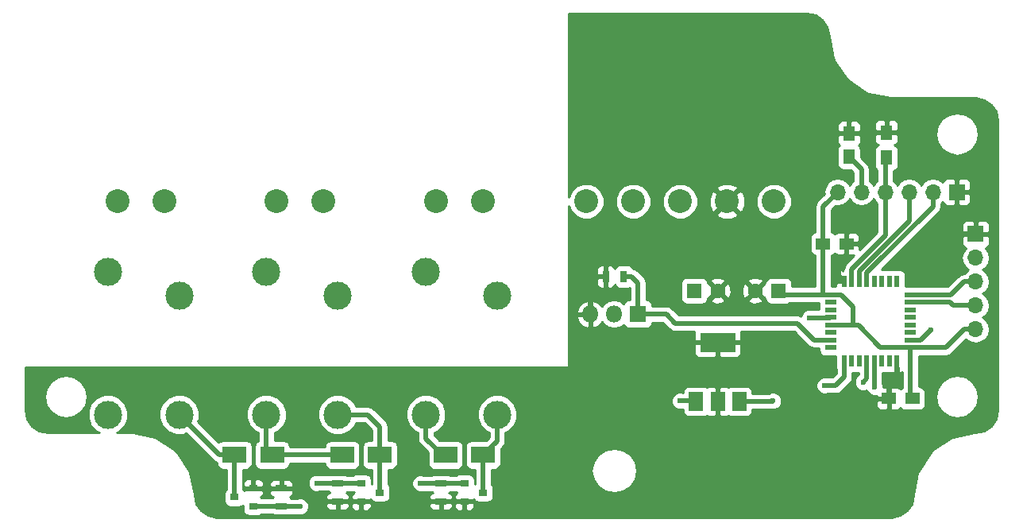
<source format=gtl>
G04 #@! TF.FileFunction,Copper,L1,Top,Signal*
%FSLAX46Y46*%
G04 Gerber Fmt 4.6, Leading zero omitted, Abs format (unit mm)*
G04 Created by KiCad (PCBNEW 4.0.7-e2-6376~58~ubuntu16.04.1) date Mon Nov  6 20:09:01 2017*
%MOMM*%
%LPD*%
G01*
G04 APERTURE LIST*
%ADD10C,0.100000*%
%ADD11R,1.200000X0.600000*%
%ADD12R,0.600000X1.200000*%
%ADD13R,1.600000X1.600000*%
%ADD14C,1.600000*%
%ADD15R,1.250000X1.500000*%
%ADD16R,1.500000X1.250000*%
%ADD17R,2.500000X1.800000*%
%ADD18R,1.700000X1.700000*%
%ADD19O,1.700000X1.700000*%
%ADD20C,3.000000*%
%ADD21R,1.800000X1.800000*%
%ADD22O,1.800000X1.800000*%
%ADD23R,0.900000X0.800000*%
%ADD24R,1.300000X1.500000*%
%ADD25R,1.300000X0.700000*%
%ADD26C,2.540000*%
%ADD27R,3.800000X2.000000*%
%ADD28R,1.500000X2.000000*%
%ADD29R,0.700000X1.300000*%
%ADD30C,0.600000*%
%ADD31C,0.500000*%
%ADD32C,0.254000*%
G04 APERTURE END LIST*
D10*
D11*
X174050000Y-84450000D03*
X174050000Y-85250000D03*
X174050000Y-86050000D03*
X174050000Y-86850000D03*
X174050000Y-87650000D03*
X174050000Y-88450000D03*
X174050000Y-89250000D03*
X174050000Y-90050000D03*
D12*
X175500000Y-91500000D03*
X176300000Y-91500000D03*
X177100000Y-91500000D03*
X177900000Y-91500000D03*
X178700000Y-91500000D03*
X179500000Y-91500000D03*
X180300000Y-91500000D03*
X181100000Y-91500000D03*
D11*
X182550000Y-90050000D03*
X182550000Y-89250000D03*
X182550000Y-88450000D03*
X182550000Y-87650000D03*
X182550000Y-86850000D03*
X182550000Y-86050000D03*
X182550000Y-85250000D03*
X182550000Y-84450000D03*
D12*
X181100000Y-83000000D03*
X180300000Y-83000000D03*
X179500000Y-83000000D03*
X178700000Y-83000000D03*
X177900000Y-83000000D03*
X177100000Y-83000000D03*
X176300000Y-83000000D03*
X175500000Y-83000000D03*
D13*
X159500000Y-84000000D03*
D14*
X162000000Y-84000000D03*
D15*
X176000000Y-69750000D03*
X176000000Y-67250000D03*
D13*
X168500000Y-84000000D03*
D14*
X166000000Y-84000000D03*
D16*
X182750000Y-95500000D03*
X180250000Y-95500000D03*
X173250000Y-79000000D03*
X175750000Y-79000000D03*
D17*
X122000000Y-101500000D03*
X126000000Y-101500000D03*
X114500000Y-101500000D03*
X110500000Y-101500000D03*
X133000000Y-101500000D03*
X137000000Y-101500000D03*
D18*
X189500000Y-77960000D03*
D19*
X189500000Y-80500000D03*
X189500000Y-83040000D03*
X189500000Y-85580000D03*
X189500000Y-88120000D03*
D18*
X187500000Y-73500000D03*
D19*
X184960000Y-73500000D03*
X182420000Y-73500000D03*
X179880000Y-73500000D03*
X177340000Y-73500000D03*
X174800000Y-73500000D03*
D20*
X121500000Y-97200000D03*
X121500000Y-84500000D03*
X113900000Y-82000000D03*
X113900000Y-97200000D03*
X104600000Y-97200000D03*
X104600000Y-84500000D03*
X97000000Y-82000000D03*
X97000000Y-97200000D03*
X138500000Y-97200000D03*
X138500000Y-84500000D03*
X130900000Y-82000000D03*
X130900000Y-97200000D03*
D21*
X153500000Y-86500000D03*
D22*
X150960000Y-86500000D03*
X148420000Y-86500000D03*
D23*
X124000000Y-104550000D03*
X124000000Y-106450000D03*
X126000000Y-105500000D03*
X112500000Y-106950000D03*
X112500000Y-105050000D03*
X110500000Y-106000000D03*
X135000000Y-104550000D03*
X135000000Y-106450000D03*
X137000000Y-105500000D03*
D24*
X180000000Y-69850000D03*
X180000000Y-67150000D03*
D25*
X115500000Y-105050000D03*
X115500000Y-106950000D03*
X132500000Y-106450000D03*
X132500000Y-104550000D03*
D26*
X167999980Y-74500000D03*
X163001260Y-74500000D03*
X158000000Y-74500000D03*
X152998720Y-74500000D03*
X148000000Y-74500000D03*
X119998720Y-74500000D03*
X115000000Y-74500000D03*
X103000000Y-74500000D03*
X98001280Y-74500000D03*
X136998720Y-74500000D03*
X132000000Y-74500000D03*
D27*
X162000000Y-89500000D03*
D28*
X162000000Y-95800000D03*
X164300000Y-95800000D03*
X159700000Y-95800000D03*
D29*
X150100000Y-82500000D03*
X152000000Y-82500000D03*
D25*
X121500000Y-106450000D03*
X121500000Y-104550000D03*
D30*
X167900000Y-95749990D03*
X181100000Y-81000000D03*
X174900000Y-81000000D03*
X171800000Y-86900000D03*
X158000000Y-95750000D03*
X119250000Y-104500000D03*
X177500000Y-93750000D03*
X117500000Y-107000000D03*
X178750000Y-94250000D03*
X130280333Y-104530343D03*
X184700000Y-88200000D03*
X173400000Y-94100000D03*
D31*
X174050000Y-87650000D02*
X175150000Y-87650000D01*
X175150000Y-87650000D02*
X175199999Y-87699999D01*
X175199999Y-87699999D02*
X176400000Y-87699999D01*
X182550000Y-90050000D02*
X185250000Y-90050000D01*
X186367919Y-90050000D02*
X185250000Y-90050000D01*
X189500000Y-88120000D02*
X188297919Y-88120000D01*
X188297919Y-88120000D02*
X186367919Y-90050000D01*
X167849990Y-95800000D02*
X167900000Y-95749990D01*
X164300000Y-95800000D02*
X167849990Y-95800000D01*
X176400000Y-85700000D02*
X176400000Y-87699999D01*
X176400000Y-87699999D02*
X176999999Y-87699999D01*
X174050000Y-84450000D02*
X175150000Y-84450000D01*
X175150000Y-84450000D02*
X176400000Y-85700000D01*
X182550000Y-90050000D02*
X182550000Y-95300000D01*
X182550000Y-95300000D02*
X182750000Y-95500000D01*
X176999999Y-87699999D02*
X179350000Y-90050000D01*
X179350000Y-90050000D02*
X182550000Y-90050000D01*
X174050000Y-84450000D02*
X173200000Y-84450000D01*
X173200000Y-84450000D02*
X168950000Y-84450000D01*
X173250000Y-79000000D02*
X173250000Y-84400000D01*
X173250000Y-84400000D02*
X173200000Y-84450000D01*
X174800000Y-73500000D02*
X173250000Y-75050000D01*
X173250000Y-75050000D02*
X173250000Y-79000000D01*
X168950000Y-84450000D02*
X168500000Y-84000000D01*
X189500000Y-77960000D02*
X187420000Y-77960000D01*
X187420000Y-77960000D02*
X184380000Y-81000000D01*
X184380000Y-81000000D02*
X181100000Y-81000000D01*
X174900000Y-81000000D02*
X174900000Y-82400000D01*
X174900000Y-82400000D02*
X175500000Y-83000000D01*
X175750000Y-79000000D02*
X175750000Y-80150000D01*
X175750000Y-80150000D02*
X174900000Y-81000000D01*
X181100000Y-93300000D02*
X180250000Y-94150000D01*
X180250000Y-94150000D02*
X180250000Y-95500000D01*
X181100000Y-91500000D02*
X181100000Y-93300000D01*
X150100000Y-82500000D02*
X149250000Y-82500000D01*
X149250000Y-82500000D02*
X148420000Y-83330000D01*
X148420000Y-85227208D02*
X148420000Y-86500000D01*
X148420000Y-83330000D02*
X148420000Y-85227208D01*
X135000000Y-106450000D02*
X132500000Y-106450000D01*
X177340000Y-73500000D02*
X177340000Y-71090000D01*
X177340000Y-71090000D02*
X176000000Y-69750000D01*
X171800000Y-86900000D02*
X174000000Y-86900000D01*
X174000000Y-86900000D02*
X174050000Y-86850000D01*
X124700000Y-97200000D02*
X126000000Y-98500000D01*
X126000000Y-98500000D02*
X126000000Y-101500000D01*
X121500000Y-97200000D02*
X124700000Y-97200000D01*
X126000000Y-105500000D02*
X126000000Y-101500000D01*
X182550000Y-84450000D02*
X185250000Y-84450000D01*
X189500000Y-83040000D02*
X188297919Y-83040000D01*
X188297919Y-83040000D02*
X186887919Y-84450000D01*
X186887919Y-84450000D02*
X185250000Y-84450000D01*
X182550000Y-85250000D02*
X186750000Y-85250000D01*
X189500000Y-85580000D02*
X187080000Y-85580000D01*
X187080000Y-85580000D02*
X186750000Y-85250000D01*
X177900000Y-83000000D02*
X177900000Y-82089962D01*
X177900000Y-82089962D02*
X184960000Y-75029962D01*
X184960000Y-75029962D02*
X184960000Y-74702081D01*
X184960000Y-74702081D02*
X184960000Y-73500000D01*
X177100000Y-83000000D02*
X177100000Y-81900000D01*
X182420000Y-76580000D02*
X182420000Y-74702081D01*
X182420000Y-74702081D02*
X182420000Y-73500000D01*
X177100000Y-81900000D02*
X182420000Y-76580000D01*
X179880000Y-73500000D02*
X179880000Y-69970000D01*
X179880000Y-69970000D02*
X180000000Y-69850000D01*
X176300000Y-83000000D02*
X176300000Y-81710038D01*
X176300000Y-81710038D02*
X179880000Y-78130038D01*
X179880000Y-78130038D02*
X179880000Y-73500000D01*
X158000000Y-95750000D02*
X159650000Y-95750000D01*
X159650000Y-95750000D02*
X159700000Y-95800000D01*
X122000000Y-101500000D02*
X114500000Y-101500000D01*
X113900000Y-97200000D02*
X113900000Y-100900000D01*
X113900000Y-100900000D02*
X114500000Y-101500000D01*
X130900000Y-97200000D02*
X130900000Y-99750000D01*
X130900000Y-99750000D02*
X132650000Y-101500000D01*
X132650000Y-101500000D02*
X133000000Y-101500000D01*
X110500000Y-106000000D02*
X110500000Y-101500000D01*
X104600000Y-97200000D02*
X108900000Y-101500000D01*
X108900000Y-101500000D02*
X110500000Y-101500000D01*
X137000000Y-105500000D02*
X137000000Y-101500000D01*
X138500000Y-97200000D02*
X138500000Y-100000000D01*
X138500000Y-100000000D02*
X137000000Y-101500000D01*
X174050000Y-89250000D02*
X172250000Y-89250000D01*
X172250000Y-89250000D02*
X170500000Y-87500000D01*
X157500000Y-87500000D02*
X170500000Y-87500000D01*
X156500000Y-86500000D02*
X157500000Y-87500000D01*
X153500000Y-86500000D02*
X156500000Y-86500000D01*
X152000000Y-82500000D02*
X152850000Y-82500000D01*
X152850000Y-82500000D02*
X153500000Y-83150000D01*
X153500000Y-83150000D02*
X153500000Y-85100000D01*
X153500000Y-85100000D02*
X153500000Y-86500000D01*
X119250000Y-104500000D02*
X121450000Y-104500000D01*
X121450000Y-104500000D02*
X121500000Y-104550000D01*
X177900000Y-91500000D02*
X177900000Y-93350000D01*
X177900000Y-93350000D02*
X177500000Y-93750000D01*
X121500000Y-104550000D02*
X124000000Y-104550000D01*
X117500000Y-107000000D02*
X115550000Y-107000000D01*
X115550000Y-107000000D02*
X115500000Y-106950000D01*
X178700000Y-91500000D02*
X178700000Y-94200000D01*
X178700000Y-94200000D02*
X178750000Y-94250000D01*
X112500000Y-106950000D02*
X115500000Y-106950000D01*
X130299990Y-104550000D02*
X130280333Y-104530343D01*
X132500000Y-104550000D02*
X130299990Y-104550000D01*
X182550000Y-89250000D02*
X183650000Y-89250000D01*
X183650000Y-89250000D02*
X184700000Y-88200000D01*
X135000000Y-104550000D02*
X132500000Y-104550000D01*
X174600000Y-94100000D02*
X175500000Y-93200000D01*
X175500000Y-93200000D02*
X175500000Y-91500000D01*
X173400000Y-94100000D02*
X174600000Y-94100000D01*
D32*
G36*
X172421877Y-54687217D02*
X173168563Y-55186137D01*
X173667483Y-55932825D01*
X173869262Y-56947237D01*
X174325985Y-59243338D01*
X174368352Y-59345619D01*
X174428266Y-59490267D01*
X175728903Y-61436807D01*
X175823398Y-61531302D01*
X175917893Y-61625798D01*
X177864434Y-62926434D01*
X178039039Y-62998757D01*
X178111362Y-63028715D01*
X180407463Y-63485438D01*
X180474930Y-63485438D01*
X180541100Y-63498600D01*
X189473633Y-63498600D01*
X190421877Y-63687217D01*
X191168563Y-64186137D01*
X191667483Y-64932825D01*
X191856100Y-65881067D01*
X191856100Y-96746133D01*
X191667483Y-97694375D01*
X191168563Y-98441063D01*
X190421877Y-98939983D01*
X189407463Y-99141762D01*
X187111362Y-99598485D01*
X187039039Y-99628443D01*
X186864434Y-99700766D01*
X184917893Y-101001402D01*
X184823398Y-101095898D01*
X184728903Y-101190393D01*
X183428266Y-103136933D01*
X183368352Y-103281581D01*
X183325985Y-103383862D01*
X182869262Y-105679963D01*
X182667483Y-106694375D01*
X182168563Y-107441063D01*
X181421877Y-107939983D01*
X180473633Y-108128600D01*
X108608567Y-108128600D01*
X107660325Y-107939983D01*
X106913637Y-107441063D01*
X106414717Y-106694377D01*
X106212938Y-105679963D01*
X105756215Y-103383862D01*
X105726257Y-103311539D01*
X105653934Y-103136934D01*
X104353298Y-101190393D01*
X104258802Y-101095898D01*
X104164307Y-101001403D01*
X102217767Y-99700766D01*
X102073119Y-99640852D01*
X101970838Y-99598485D01*
X99674737Y-99141762D01*
X99607270Y-99141762D01*
X99541100Y-99128600D01*
X97923235Y-99128600D01*
X98207800Y-99011020D01*
X98808909Y-98410959D01*
X99134628Y-97626541D01*
X99134631Y-97622815D01*
X102464630Y-97622815D01*
X102788980Y-98407800D01*
X103389041Y-99008909D01*
X104173459Y-99334628D01*
X105022815Y-99335370D01*
X105349009Y-99200589D01*
X108274208Y-102125787D01*
X108274210Y-102125790D01*
X108456064Y-102247300D01*
X108561325Y-102317633D01*
X108602560Y-102325835D01*
X108602560Y-102400000D01*
X108646838Y-102635317D01*
X108785910Y-102851441D01*
X108998110Y-102996431D01*
X109250000Y-103047440D01*
X109615000Y-103047440D01*
X109615000Y-105125331D01*
X109598559Y-105135910D01*
X109453569Y-105348110D01*
X109402560Y-105600000D01*
X109402560Y-106400000D01*
X109446838Y-106635317D01*
X109585910Y-106851441D01*
X109798110Y-106996431D01*
X110050000Y-107047440D01*
X110950000Y-107047440D01*
X111185317Y-107003162D01*
X111401441Y-106864090D01*
X111402560Y-106862452D01*
X111402560Y-107350000D01*
X111446838Y-107585317D01*
X111585910Y-107801441D01*
X111798110Y-107946431D01*
X112050000Y-107997440D01*
X112950000Y-107997440D01*
X113185317Y-107953162D01*
X113368946Y-107835000D01*
X114508203Y-107835000D01*
X114598110Y-107896431D01*
X114850000Y-107947440D01*
X116150000Y-107947440D01*
X116385317Y-107903162D01*
X116413542Y-107885000D01*
X117193178Y-107885000D01*
X117313201Y-107934838D01*
X117685167Y-107935162D01*
X118028943Y-107793117D01*
X118292192Y-107530327D01*
X118434838Y-107186799D01*
X118435162Y-106814833D01*
X118402486Y-106735750D01*
X120215000Y-106735750D01*
X120215000Y-106926309D01*
X120311673Y-107159698D01*
X120490301Y-107338327D01*
X120723690Y-107435000D01*
X121214250Y-107435000D01*
X121373000Y-107276250D01*
X121373000Y-106577000D01*
X121627000Y-106577000D01*
X121627000Y-107276250D01*
X121785750Y-107435000D01*
X122276310Y-107435000D01*
X122509699Y-107338327D01*
X122688327Y-107159698D01*
X122785000Y-106926309D01*
X122785000Y-106735750D01*
X122915000Y-106735750D01*
X122915000Y-106976310D01*
X123011673Y-107209699D01*
X123190302Y-107388327D01*
X123423691Y-107485000D01*
X123714250Y-107485000D01*
X123873000Y-107326250D01*
X123873000Y-106577000D01*
X124127000Y-106577000D01*
X124127000Y-107326250D01*
X124285750Y-107485000D01*
X124576309Y-107485000D01*
X124809698Y-107388327D01*
X124988327Y-107209699D01*
X125085000Y-106976310D01*
X125085000Y-106735750D01*
X131215000Y-106735750D01*
X131215000Y-106926309D01*
X131311673Y-107159698D01*
X131490301Y-107338327D01*
X131723690Y-107435000D01*
X132214250Y-107435000D01*
X132373000Y-107276250D01*
X132373000Y-106577000D01*
X132627000Y-106577000D01*
X132627000Y-107276250D01*
X132785750Y-107435000D01*
X133276310Y-107435000D01*
X133509699Y-107338327D01*
X133688327Y-107159698D01*
X133785000Y-106926309D01*
X133785000Y-106735750D01*
X133915000Y-106735750D01*
X133915000Y-106976310D01*
X134011673Y-107209699D01*
X134190302Y-107388327D01*
X134423691Y-107485000D01*
X134714250Y-107485000D01*
X134873000Y-107326250D01*
X134873000Y-106577000D01*
X135127000Y-106577000D01*
X135127000Y-107326250D01*
X135285750Y-107485000D01*
X135576309Y-107485000D01*
X135809698Y-107388327D01*
X135988327Y-107209699D01*
X136085000Y-106976310D01*
X136085000Y-106735750D01*
X135926250Y-106577000D01*
X135127000Y-106577000D01*
X134873000Y-106577000D01*
X134073750Y-106577000D01*
X133915000Y-106735750D01*
X133785000Y-106735750D01*
X133626250Y-106577000D01*
X132627000Y-106577000D01*
X132373000Y-106577000D01*
X131373750Y-106577000D01*
X131215000Y-106735750D01*
X125085000Y-106735750D01*
X124926250Y-106577000D01*
X124127000Y-106577000D01*
X123873000Y-106577000D01*
X123073750Y-106577000D01*
X122915000Y-106735750D01*
X122785000Y-106735750D01*
X122626250Y-106577000D01*
X121627000Y-106577000D01*
X121373000Y-106577000D01*
X120373750Y-106577000D01*
X120215000Y-106735750D01*
X118402486Y-106735750D01*
X118293117Y-106471057D01*
X118030327Y-106207808D01*
X117686799Y-106065162D01*
X117314833Y-106064838D01*
X117193431Y-106115000D01*
X116564975Y-106115000D01*
X116401890Y-106003569D01*
X116368510Y-105996809D01*
X116509699Y-105938327D01*
X116688327Y-105759698D01*
X116785000Y-105526309D01*
X116785000Y-105335750D01*
X116626250Y-105177000D01*
X115627000Y-105177000D01*
X115627000Y-105197000D01*
X115373000Y-105197000D01*
X115373000Y-105177000D01*
X114373750Y-105177000D01*
X114215000Y-105335750D01*
X114215000Y-105526309D01*
X114311673Y-105759698D01*
X114490301Y-105938327D01*
X114626287Y-105994654D01*
X114614683Y-105996838D01*
X114508756Y-106065000D01*
X113364975Y-106065000D01*
X113274250Y-106003010D01*
X113309698Y-105988327D01*
X113488327Y-105809699D01*
X113585000Y-105576310D01*
X113585000Y-105335750D01*
X113426250Y-105177000D01*
X112627000Y-105177000D01*
X112627000Y-105197000D01*
X112373000Y-105197000D01*
X112373000Y-105177000D01*
X111573750Y-105177000D01*
X111487738Y-105263012D01*
X111414090Y-105148559D01*
X111385000Y-105128683D01*
X111385000Y-104523690D01*
X111415000Y-104523690D01*
X111415000Y-104764250D01*
X111573750Y-104923000D01*
X112373000Y-104923000D01*
X112373000Y-104173750D01*
X112627000Y-104173750D01*
X112627000Y-104923000D01*
X113426250Y-104923000D01*
X113585000Y-104764250D01*
X113585000Y-104573691D01*
X114215000Y-104573691D01*
X114215000Y-104764250D01*
X114373750Y-104923000D01*
X115373000Y-104923000D01*
X115373000Y-104223750D01*
X115627000Y-104223750D01*
X115627000Y-104923000D01*
X116626250Y-104923000D01*
X116785000Y-104764250D01*
X116785000Y-104685167D01*
X118314838Y-104685167D01*
X118456883Y-105028943D01*
X118719673Y-105292192D01*
X119063201Y-105434838D01*
X119435167Y-105435162D01*
X119556569Y-105385000D01*
X120435025Y-105385000D01*
X120598110Y-105496431D01*
X120631490Y-105503191D01*
X120490301Y-105561673D01*
X120311673Y-105740302D01*
X120215000Y-105973691D01*
X120215000Y-106164250D01*
X120373750Y-106323000D01*
X121373000Y-106323000D01*
X121373000Y-106303000D01*
X121627000Y-106303000D01*
X121627000Y-106323000D01*
X122626250Y-106323000D01*
X122785000Y-106164250D01*
X122785000Y-105973691D01*
X122688327Y-105740302D01*
X122509699Y-105561673D01*
X122373713Y-105505346D01*
X122385317Y-105503162D01*
X122491244Y-105435000D01*
X123135025Y-105435000D01*
X123225750Y-105496990D01*
X123190302Y-105511673D01*
X123011673Y-105690301D01*
X122915000Y-105923690D01*
X122915000Y-106164250D01*
X123073750Y-106323000D01*
X123873000Y-106323000D01*
X123873000Y-106303000D01*
X124127000Y-106303000D01*
X124127000Y-106323000D01*
X124926250Y-106323000D01*
X125012262Y-106236988D01*
X125085910Y-106351441D01*
X125298110Y-106496431D01*
X125550000Y-106547440D01*
X126450000Y-106547440D01*
X126685317Y-106503162D01*
X126901441Y-106364090D01*
X127046431Y-106151890D01*
X127097440Y-105900000D01*
X127097440Y-105100000D01*
X127053162Y-104864683D01*
X126957172Y-104715510D01*
X129345171Y-104715510D01*
X129487216Y-105059286D01*
X129750006Y-105322535D01*
X130093534Y-105465181D01*
X130465500Y-105465505D01*
X130539328Y-105435000D01*
X131508203Y-105435000D01*
X131598110Y-105496431D01*
X131631490Y-105503191D01*
X131490301Y-105561673D01*
X131311673Y-105740302D01*
X131215000Y-105973691D01*
X131215000Y-106164250D01*
X131373750Y-106323000D01*
X132373000Y-106323000D01*
X132373000Y-106303000D01*
X132627000Y-106303000D01*
X132627000Y-106323000D01*
X133626250Y-106323000D01*
X133785000Y-106164250D01*
X133785000Y-105973691D01*
X133688327Y-105740302D01*
X133509699Y-105561673D01*
X133373713Y-105505346D01*
X133385317Y-105503162D01*
X133491244Y-105435000D01*
X134135025Y-105435000D01*
X134225750Y-105496990D01*
X134190302Y-105511673D01*
X134011673Y-105690301D01*
X133915000Y-105923690D01*
X133915000Y-106164250D01*
X134073750Y-106323000D01*
X134873000Y-106323000D01*
X134873000Y-106303000D01*
X135127000Y-106303000D01*
X135127000Y-106323000D01*
X135926250Y-106323000D01*
X136012262Y-106236988D01*
X136085910Y-106351441D01*
X136298110Y-106496431D01*
X136550000Y-106547440D01*
X137450000Y-106547440D01*
X137685317Y-106503162D01*
X137901441Y-106364090D01*
X138046431Y-106151890D01*
X138097440Y-105900000D01*
X138097440Y-105100000D01*
X138053162Y-104864683D01*
X137914090Y-104648559D01*
X137885000Y-104628683D01*
X137885000Y-103160000D01*
X148528275Y-103160000D01*
X148709822Y-104072700D01*
X149226825Y-104846450D01*
X150000575Y-105363453D01*
X150913275Y-105545000D01*
X151006725Y-105545000D01*
X151919425Y-105363453D01*
X152693175Y-104846450D01*
X153210178Y-104072700D01*
X153391725Y-103160000D01*
X153210178Y-102247300D01*
X152693175Y-101473550D01*
X151919425Y-100956547D01*
X151006725Y-100775000D01*
X150913275Y-100775000D01*
X150000575Y-100956547D01*
X149226825Y-101473550D01*
X148709822Y-102247300D01*
X148528275Y-103160000D01*
X137885000Y-103160000D01*
X137885000Y-103047440D01*
X138250000Y-103047440D01*
X138485317Y-103003162D01*
X138701441Y-102864090D01*
X138846431Y-102651890D01*
X138897440Y-102400000D01*
X138897440Y-100854139D01*
X139125787Y-100625792D01*
X139125790Y-100625790D01*
X139317633Y-100338675D01*
X139385000Y-100000000D01*
X139385000Y-99144399D01*
X139707800Y-99011020D01*
X140308909Y-98410959D01*
X140634628Y-97626541D01*
X140635370Y-96777185D01*
X140311020Y-95992200D01*
X140254087Y-95935167D01*
X157064838Y-95935167D01*
X157206883Y-96278943D01*
X157469673Y-96542192D01*
X157813201Y-96684838D01*
X158185167Y-96685162D01*
X158302560Y-96636656D01*
X158302560Y-96800000D01*
X158346838Y-97035317D01*
X158485910Y-97251441D01*
X158698110Y-97396431D01*
X158950000Y-97447440D01*
X160450000Y-97447440D01*
X160685317Y-97403162D01*
X160849492Y-97297518D01*
X160890301Y-97338327D01*
X161123690Y-97435000D01*
X161714250Y-97435000D01*
X161873000Y-97276250D01*
X161873000Y-95927000D01*
X161853000Y-95927000D01*
X161853000Y-95673000D01*
X161873000Y-95673000D01*
X161873000Y-94323750D01*
X162127000Y-94323750D01*
X162127000Y-95673000D01*
X162147000Y-95673000D01*
X162147000Y-95927000D01*
X162127000Y-95927000D01*
X162127000Y-97276250D01*
X162285750Y-97435000D01*
X162876310Y-97435000D01*
X163109699Y-97338327D01*
X163151660Y-97296366D01*
X163298110Y-97396431D01*
X163550000Y-97447440D01*
X165050000Y-97447440D01*
X165285317Y-97403162D01*
X165501441Y-97264090D01*
X165646431Y-97051890D01*
X165697440Y-96800000D01*
X165697440Y-96685000D01*
X167849985Y-96685000D01*
X167849990Y-96685001D01*
X167850260Y-96684947D01*
X168085167Y-96685152D01*
X168428943Y-96543107D01*
X168692192Y-96280317D01*
X168834838Y-95936789D01*
X168834969Y-95785750D01*
X178865000Y-95785750D01*
X178865000Y-96251310D01*
X178961673Y-96484699D01*
X179140302Y-96663327D01*
X179373691Y-96760000D01*
X179964250Y-96760000D01*
X180123000Y-96601250D01*
X180123000Y-95627000D01*
X179023750Y-95627000D01*
X178865000Y-95785750D01*
X168834969Y-95785750D01*
X168835162Y-95564823D01*
X168693117Y-95221047D01*
X168430327Y-94957798D01*
X168086799Y-94815152D01*
X167714833Y-94814828D01*
X167472398Y-94915000D01*
X165697440Y-94915000D01*
X165697440Y-94800000D01*
X165653162Y-94564683D01*
X165514090Y-94348559D01*
X165301890Y-94203569D01*
X165050000Y-94152560D01*
X163550000Y-94152560D01*
X163314683Y-94196838D01*
X163150508Y-94302482D01*
X163109699Y-94261673D01*
X162876310Y-94165000D01*
X162285750Y-94165000D01*
X162127000Y-94323750D01*
X161873000Y-94323750D01*
X161714250Y-94165000D01*
X161123690Y-94165000D01*
X160890301Y-94261673D01*
X160848340Y-94303634D01*
X160701890Y-94203569D01*
X160450000Y-94152560D01*
X158950000Y-94152560D01*
X158714683Y-94196838D01*
X158498559Y-94335910D01*
X158353569Y-94548110D01*
X158302560Y-94800000D01*
X158302560Y-94863230D01*
X158186799Y-94815162D01*
X157814833Y-94814838D01*
X157471057Y-94956883D01*
X157207808Y-95219673D01*
X157065162Y-95563201D01*
X157064838Y-95935167D01*
X140254087Y-95935167D01*
X139710959Y-95391091D01*
X138926541Y-95065372D01*
X138077185Y-95064630D01*
X137292200Y-95388980D01*
X136691091Y-95989041D01*
X136365372Y-96773459D01*
X136364630Y-97622815D01*
X136688980Y-98407800D01*
X137289041Y-99008909D01*
X137615000Y-99144259D01*
X137615000Y-99633421D01*
X137295861Y-99952560D01*
X135750000Y-99952560D01*
X135514683Y-99996838D01*
X135298559Y-100135910D01*
X135153569Y-100348110D01*
X135102560Y-100600000D01*
X135102560Y-102400000D01*
X135146838Y-102635317D01*
X135285910Y-102851441D01*
X135498110Y-102996431D01*
X135750000Y-103047440D01*
X136115000Y-103047440D01*
X136115000Y-104625331D01*
X136098559Y-104635910D01*
X136097440Y-104637548D01*
X136097440Y-104150000D01*
X136053162Y-103914683D01*
X135914090Y-103698559D01*
X135701890Y-103553569D01*
X135450000Y-103502560D01*
X134550000Y-103502560D01*
X134314683Y-103546838D01*
X134131054Y-103665000D01*
X133491797Y-103665000D01*
X133401890Y-103603569D01*
X133150000Y-103552560D01*
X131850000Y-103552560D01*
X131614683Y-103596838D01*
X131508756Y-103665000D01*
X130634494Y-103665000D01*
X130467132Y-103595505D01*
X130095166Y-103595181D01*
X129751390Y-103737226D01*
X129488141Y-104000016D01*
X129345495Y-104343544D01*
X129345171Y-104715510D01*
X126957172Y-104715510D01*
X126914090Y-104648559D01*
X126885000Y-104628683D01*
X126885000Y-103047440D01*
X127250000Y-103047440D01*
X127485317Y-103003162D01*
X127701441Y-102864090D01*
X127846431Y-102651890D01*
X127897440Y-102400000D01*
X127897440Y-100600000D01*
X127853162Y-100364683D01*
X127714090Y-100148559D01*
X127501890Y-100003569D01*
X127250000Y-99952560D01*
X126885000Y-99952560D01*
X126885000Y-98500005D01*
X126885001Y-98500000D01*
X126817633Y-98161326D01*
X126817633Y-98161325D01*
X126625790Y-97874210D01*
X126625787Y-97874208D01*
X126374395Y-97622815D01*
X128764630Y-97622815D01*
X129088980Y-98407800D01*
X129689041Y-99008909D01*
X130015000Y-99144259D01*
X130015000Y-99749995D01*
X130014999Y-99750000D01*
X130064099Y-99996838D01*
X130082367Y-100088675D01*
X130194889Y-100257077D01*
X130274210Y-100375790D01*
X131102560Y-101204140D01*
X131102560Y-102400000D01*
X131146838Y-102635317D01*
X131285910Y-102851441D01*
X131498110Y-102996431D01*
X131750000Y-103047440D01*
X134250000Y-103047440D01*
X134485317Y-103003162D01*
X134701441Y-102864090D01*
X134846431Y-102651890D01*
X134897440Y-102400000D01*
X134897440Y-100600000D01*
X134853162Y-100364683D01*
X134714090Y-100148559D01*
X134501890Y-100003569D01*
X134250000Y-99952560D01*
X132354140Y-99952560D01*
X131785000Y-99383420D01*
X131785000Y-99144399D01*
X132107800Y-99011020D01*
X132708909Y-98410959D01*
X133034628Y-97626541D01*
X133035370Y-96777185D01*
X132711020Y-95992200D01*
X132110959Y-95391091D01*
X131326541Y-95065372D01*
X130477185Y-95064630D01*
X129692200Y-95388980D01*
X129091091Y-95989041D01*
X128765372Y-96773459D01*
X128764630Y-97622815D01*
X126374395Y-97622815D01*
X125325790Y-96574210D01*
X125277856Y-96542182D01*
X125038675Y-96382367D01*
X124982484Y-96371190D01*
X124700000Y-96314999D01*
X124699995Y-96315000D01*
X123444399Y-96315000D01*
X123311020Y-95992200D01*
X122710959Y-95391091D01*
X121926541Y-95065372D01*
X121077185Y-95064630D01*
X120292200Y-95388980D01*
X119691091Y-95989041D01*
X119365372Y-96773459D01*
X119364630Y-97622815D01*
X119688980Y-98407800D01*
X120289041Y-99008909D01*
X121073459Y-99334628D01*
X121922815Y-99335370D01*
X122707800Y-99011020D01*
X123308909Y-98410959D01*
X123444259Y-98085000D01*
X124333420Y-98085000D01*
X125115000Y-98866579D01*
X125115000Y-99952560D01*
X124750000Y-99952560D01*
X124514683Y-99996838D01*
X124298559Y-100135910D01*
X124153569Y-100348110D01*
X124102560Y-100600000D01*
X124102560Y-102400000D01*
X124146838Y-102635317D01*
X124285910Y-102851441D01*
X124498110Y-102996431D01*
X124750000Y-103047440D01*
X125115000Y-103047440D01*
X125115000Y-104625331D01*
X125098559Y-104635910D01*
X125097440Y-104637548D01*
X125097440Y-104150000D01*
X125053162Y-103914683D01*
X124914090Y-103698559D01*
X124701890Y-103553569D01*
X124450000Y-103502560D01*
X123550000Y-103502560D01*
X123314683Y-103546838D01*
X123131054Y-103665000D01*
X122491797Y-103665000D01*
X122401890Y-103603569D01*
X122150000Y-103552560D01*
X120850000Y-103552560D01*
X120614683Y-103596838D01*
X120586458Y-103615000D01*
X119556822Y-103615000D01*
X119436799Y-103565162D01*
X119064833Y-103564838D01*
X118721057Y-103706883D01*
X118457808Y-103969673D01*
X118315162Y-104313201D01*
X118314838Y-104685167D01*
X116785000Y-104685167D01*
X116785000Y-104573691D01*
X116688327Y-104340302D01*
X116509699Y-104161673D01*
X116276310Y-104065000D01*
X115785750Y-104065000D01*
X115627000Y-104223750D01*
X115373000Y-104223750D01*
X115214250Y-104065000D01*
X114723690Y-104065000D01*
X114490301Y-104161673D01*
X114311673Y-104340302D01*
X114215000Y-104573691D01*
X113585000Y-104573691D01*
X113585000Y-104523690D01*
X113488327Y-104290301D01*
X113309698Y-104111673D01*
X113076309Y-104015000D01*
X112785750Y-104015000D01*
X112627000Y-104173750D01*
X112373000Y-104173750D01*
X112214250Y-104015000D01*
X111923691Y-104015000D01*
X111690302Y-104111673D01*
X111511673Y-104290301D01*
X111415000Y-104523690D01*
X111385000Y-104523690D01*
X111385000Y-103047440D01*
X111750000Y-103047440D01*
X111985317Y-103003162D01*
X112201441Y-102864090D01*
X112346431Y-102651890D01*
X112397440Y-102400000D01*
X112397440Y-100600000D01*
X112353162Y-100364683D01*
X112214090Y-100148559D01*
X112001890Y-100003569D01*
X111750000Y-99952560D01*
X109250000Y-99952560D01*
X109014683Y-99996838D01*
X108798559Y-100135910D01*
X108794066Y-100142486D01*
X106600687Y-97949107D01*
X106734628Y-97626541D01*
X106734631Y-97622815D01*
X111764630Y-97622815D01*
X112088980Y-98407800D01*
X112689041Y-99008909D01*
X113015000Y-99144259D01*
X113015000Y-99996778D01*
X113014683Y-99996838D01*
X112798559Y-100135910D01*
X112653569Y-100348110D01*
X112602560Y-100600000D01*
X112602560Y-102400000D01*
X112646838Y-102635317D01*
X112785910Y-102851441D01*
X112998110Y-102996431D01*
X113250000Y-103047440D01*
X115750000Y-103047440D01*
X115985317Y-103003162D01*
X116201441Y-102864090D01*
X116346431Y-102651890D01*
X116397440Y-102400000D01*
X116397440Y-102385000D01*
X120102560Y-102385000D01*
X120102560Y-102400000D01*
X120146838Y-102635317D01*
X120285910Y-102851441D01*
X120498110Y-102996431D01*
X120750000Y-103047440D01*
X123250000Y-103047440D01*
X123485317Y-103003162D01*
X123701441Y-102864090D01*
X123846431Y-102651890D01*
X123897440Y-102400000D01*
X123897440Y-100600000D01*
X123853162Y-100364683D01*
X123714090Y-100148559D01*
X123501890Y-100003569D01*
X123250000Y-99952560D01*
X120750000Y-99952560D01*
X120514683Y-99996838D01*
X120298559Y-100135910D01*
X120153569Y-100348110D01*
X120102560Y-100600000D01*
X120102560Y-100615000D01*
X116397440Y-100615000D01*
X116397440Y-100600000D01*
X116353162Y-100364683D01*
X116214090Y-100148559D01*
X116001890Y-100003569D01*
X115750000Y-99952560D01*
X114785000Y-99952560D01*
X114785000Y-99144399D01*
X115107800Y-99011020D01*
X115708909Y-98410959D01*
X116034628Y-97626541D01*
X116035370Y-96777185D01*
X115711020Y-95992200D01*
X115110959Y-95391091D01*
X114326541Y-95065372D01*
X113477185Y-95064630D01*
X112692200Y-95388980D01*
X112091091Y-95989041D01*
X111765372Y-96773459D01*
X111764630Y-97622815D01*
X106734631Y-97622815D01*
X106735370Y-96777185D01*
X106411020Y-95992200D01*
X105810959Y-95391091D01*
X105026541Y-95065372D01*
X104177185Y-95064630D01*
X103392200Y-95388980D01*
X102791091Y-95989041D01*
X102465372Y-96773459D01*
X102464630Y-97622815D01*
X99134631Y-97622815D01*
X99135370Y-96777185D01*
X98811020Y-95992200D01*
X98210959Y-95391091D01*
X97426541Y-95065372D01*
X96577185Y-95064630D01*
X95792200Y-95388980D01*
X95191091Y-95989041D01*
X94865372Y-96773459D01*
X94864630Y-97622815D01*
X95188980Y-98407800D01*
X95789041Y-99008909D01*
X96077289Y-99128600D01*
X90608567Y-99128600D01*
X89660325Y-98939983D01*
X88913637Y-98441063D01*
X88414717Y-97694377D01*
X88226100Y-96746133D01*
X88226100Y-95313600D01*
X90256100Y-95313600D01*
X90430035Y-96188032D01*
X90925361Y-96929339D01*
X91666668Y-97424665D01*
X92541100Y-97598600D01*
X93415532Y-97424665D01*
X94156839Y-96929339D01*
X94652165Y-96188032D01*
X94826100Y-95313600D01*
X94652165Y-94439168D01*
X94156839Y-93697861D01*
X93415532Y-93202535D01*
X92541100Y-93028600D01*
X91666668Y-93202535D01*
X90925361Y-93697861D01*
X90430035Y-94439168D01*
X90256100Y-95313600D01*
X88226100Y-95313600D01*
X88226100Y-92127000D01*
X146000000Y-92127000D01*
X146049410Y-92116994D01*
X146091035Y-92088553D01*
X146118315Y-92046159D01*
X146127000Y-92000000D01*
X146127000Y-89785750D01*
X159465000Y-89785750D01*
X159465000Y-90626309D01*
X159561673Y-90859698D01*
X159740301Y-91038327D01*
X159973690Y-91135000D01*
X161714250Y-91135000D01*
X161873000Y-90976250D01*
X161873000Y-89627000D01*
X162127000Y-89627000D01*
X162127000Y-90976250D01*
X162285750Y-91135000D01*
X164026310Y-91135000D01*
X164259699Y-91038327D01*
X164438327Y-90859698D01*
X164535000Y-90626309D01*
X164535000Y-89785750D01*
X164376250Y-89627000D01*
X162127000Y-89627000D01*
X161873000Y-89627000D01*
X159623750Y-89627000D01*
X159465000Y-89785750D01*
X146127000Y-89785750D01*
X146127000Y-86864740D01*
X146928964Y-86864740D01*
X147107760Y-87296417D01*
X147512424Y-87737966D01*
X148055258Y-87991046D01*
X148293000Y-87870997D01*
X148293000Y-86627000D01*
X147049622Y-86627000D01*
X146928964Y-86864740D01*
X146127000Y-86864740D01*
X146127000Y-86135260D01*
X146928964Y-86135260D01*
X147049622Y-86373000D01*
X148293000Y-86373000D01*
X148293000Y-85129003D01*
X148547000Y-85129003D01*
X148547000Y-86373000D01*
X148567000Y-86373000D01*
X148567000Y-86627000D01*
X148547000Y-86627000D01*
X148547000Y-87870997D01*
X148784742Y-87991046D01*
X149327576Y-87737966D01*
X149685499Y-87347418D01*
X149844519Y-87585409D01*
X150342509Y-87918155D01*
X150929928Y-88035000D01*
X150990072Y-88035000D01*
X151577491Y-87918155D01*
X151998026Y-87637163D01*
X152135910Y-87851441D01*
X152348110Y-87996431D01*
X152600000Y-88047440D01*
X154400000Y-88047440D01*
X154635317Y-88003162D01*
X154851441Y-87864090D01*
X154996431Y-87651890D01*
X155047440Y-87400000D01*
X155047440Y-87385000D01*
X156133420Y-87385000D01*
X156874208Y-88125787D01*
X156874210Y-88125790D01*
X157066054Y-88253975D01*
X157161326Y-88317634D01*
X157500000Y-88385001D01*
X157500005Y-88385000D01*
X159465000Y-88385000D01*
X159465000Y-89214250D01*
X159623750Y-89373000D01*
X161873000Y-89373000D01*
X161873000Y-89353000D01*
X162127000Y-89353000D01*
X162127000Y-89373000D01*
X164376250Y-89373000D01*
X164535000Y-89214250D01*
X164535000Y-88385000D01*
X170133420Y-88385000D01*
X171624208Y-89875787D01*
X171624210Y-89875790D01*
X171911325Y-90067633D01*
X171967516Y-90078810D01*
X172250000Y-90135001D01*
X172250005Y-90135000D01*
X172802560Y-90135000D01*
X172802560Y-90350000D01*
X172846838Y-90585317D01*
X172985910Y-90801441D01*
X173198110Y-90946431D01*
X173450000Y-90997440D01*
X174552560Y-90997440D01*
X174552560Y-92100000D01*
X174596838Y-92335317D01*
X174615000Y-92363542D01*
X174615000Y-92833421D01*
X174233420Y-93215000D01*
X173706822Y-93215000D01*
X173586799Y-93165162D01*
X173214833Y-93164838D01*
X172871057Y-93306883D01*
X172607808Y-93569673D01*
X172465162Y-93913201D01*
X172464838Y-94285167D01*
X172606883Y-94628943D01*
X172869673Y-94892192D01*
X173213201Y-95034838D01*
X173585167Y-95035162D01*
X173706569Y-94985000D01*
X174599995Y-94985000D01*
X174600000Y-94985001D01*
X174882484Y-94928810D01*
X174938675Y-94917633D01*
X175225790Y-94725790D01*
X176125787Y-93825792D01*
X176125790Y-93825790D01*
X176317633Y-93538675D01*
X176333903Y-93456883D01*
X176385001Y-93200000D01*
X176385000Y-93199995D01*
X176385000Y-92747440D01*
X176600000Y-92747440D01*
X176703671Y-92727933D01*
X176800000Y-92747440D01*
X177015000Y-92747440D01*
X177015000Y-92938726D01*
X176971057Y-92956883D01*
X176707808Y-93219673D01*
X176565162Y-93563201D01*
X176564838Y-93935167D01*
X176706883Y-94278943D01*
X176969673Y-94542192D01*
X177313201Y-94684838D01*
X177685167Y-94685162D01*
X177884160Y-94602940D01*
X177956883Y-94778943D01*
X178219673Y-95042192D01*
X178563201Y-95184838D01*
X178865000Y-95185101D01*
X178865000Y-95214250D01*
X179023750Y-95373000D01*
X180123000Y-95373000D01*
X180123000Y-94398750D01*
X179964250Y-94240000D01*
X179685009Y-94240000D01*
X179685162Y-94064833D01*
X179585000Y-93822422D01*
X179585000Y-92747440D01*
X179800000Y-92747440D01*
X179903671Y-92727933D01*
X180000000Y-92747440D01*
X180600000Y-92747440D01*
X180671323Y-92734020D01*
X180673690Y-92735000D01*
X180814250Y-92735000D01*
X180865529Y-92683721D01*
X181051441Y-92564090D01*
X181196431Y-92351890D01*
X181227000Y-92200936D01*
X181227000Y-92576250D01*
X181385750Y-92735000D01*
X181526310Y-92735000D01*
X181665000Y-92677553D01*
X181665000Y-94335982D01*
X181548559Y-94410910D01*
X181502031Y-94479006D01*
X181359698Y-94336673D01*
X181126309Y-94240000D01*
X180535750Y-94240000D01*
X180377000Y-94398750D01*
X180377000Y-95373000D01*
X180397000Y-95373000D01*
X180397000Y-95627000D01*
X180377000Y-95627000D01*
X180377000Y-96601250D01*
X180535750Y-96760000D01*
X181126309Y-96760000D01*
X181359698Y-96663327D01*
X181500936Y-96522090D01*
X181535910Y-96576441D01*
X181748110Y-96721431D01*
X182000000Y-96772440D01*
X183500000Y-96772440D01*
X183735317Y-96728162D01*
X183951441Y-96589090D01*
X184096431Y-96376890D01*
X184147440Y-96125000D01*
X184147440Y-95313600D01*
X185256100Y-95313600D01*
X185430035Y-96188032D01*
X185925361Y-96929339D01*
X186666668Y-97424665D01*
X187541100Y-97598600D01*
X188415532Y-97424665D01*
X189156839Y-96929339D01*
X189652165Y-96188032D01*
X189826100Y-95313600D01*
X189652165Y-94439168D01*
X189156839Y-93697861D01*
X188415532Y-93202535D01*
X187541100Y-93028600D01*
X186666668Y-93202535D01*
X185925361Y-93697861D01*
X185430035Y-94439168D01*
X185256100Y-95313600D01*
X184147440Y-95313600D01*
X184147440Y-94875000D01*
X184103162Y-94639683D01*
X183964090Y-94423559D01*
X183751890Y-94278569D01*
X183500000Y-94227560D01*
X183435000Y-94227560D01*
X183435000Y-90935000D01*
X186367914Y-90935000D01*
X186367919Y-90935001D01*
X186673529Y-90874210D01*
X186706594Y-90867633D01*
X186993709Y-90675790D01*
X186993710Y-90675789D01*
X188467965Y-89201533D01*
X188902622Y-89491961D01*
X189470907Y-89605000D01*
X189529093Y-89605000D01*
X190097378Y-89491961D01*
X190579147Y-89170054D01*
X190901054Y-88688285D01*
X191014093Y-88120000D01*
X190901054Y-87551715D01*
X190579147Y-87069946D01*
X190249974Y-86850000D01*
X190579147Y-86630054D01*
X190901054Y-86148285D01*
X191014093Y-85580000D01*
X190901054Y-85011715D01*
X190579147Y-84529946D01*
X190249974Y-84310000D01*
X190579147Y-84090054D01*
X190901054Y-83608285D01*
X191014093Y-83040000D01*
X190901054Y-82471715D01*
X190579147Y-81989946D01*
X190249974Y-81770000D01*
X190579147Y-81550054D01*
X190901054Y-81068285D01*
X191014093Y-80500000D01*
X190901054Y-79931715D01*
X190579147Y-79449946D01*
X190535223Y-79420597D01*
X190709698Y-79348327D01*
X190888327Y-79169699D01*
X190985000Y-78936310D01*
X190985000Y-78245750D01*
X190826250Y-78087000D01*
X189627000Y-78087000D01*
X189627000Y-78107000D01*
X189373000Y-78107000D01*
X189373000Y-78087000D01*
X188173750Y-78087000D01*
X188015000Y-78245750D01*
X188015000Y-78936310D01*
X188111673Y-79169699D01*
X188290302Y-79348327D01*
X188464777Y-79420597D01*
X188420853Y-79449946D01*
X188098946Y-79931715D01*
X187985907Y-80500000D01*
X188098946Y-81068285D01*
X188420853Y-81550054D01*
X188750026Y-81770000D01*
X188420853Y-81989946D01*
X188310568Y-82155000D01*
X188297924Y-82155000D01*
X188297919Y-82154999D01*
X187959244Y-82222367D01*
X187672129Y-82414210D01*
X187672127Y-82414213D01*
X186521339Y-83565000D01*
X183418620Y-83565000D01*
X183401890Y-83553569D01*
X183150000Y-83502560D01*
X182047440Y-83502560D01*
X182047440Y-82400000D01*
X182003162Y-82164683D01*
X181864090Y-81948559D01*
X181651890Y-81803569D01*
X181400000Y-81752560D01*
X180800000Y-81752560D01*
X180696329Y-81772067D01*
X180600000Y-81752560D01*
X180000000Y-81752560D01*
X179896329Y-81772067D01*
X179800000Y-81752560D01*
X179488982Y-81752560D01*
X184257851Y-76983690D01*
X188015000Y-76983690D01*
X188015000Y-77674250D01*
X188173750Y-77833000D01*
X189373000Y-77833000D01*
X189373000Y-76633750D01*
X189627000Y-76633750D01*
X189627000Y-77833000D01*
X190826250Y-77833000D01*
X190985000Y-77674250D01*
X190985000Y-76983690D01*
X190888327Y-76750301D01*
X190709698Y-76571673D01*
X190476309Y-76475000D01*
X189785750Y-76475000D01*
X189627000Y-76633750D01*
X189373000Y-76633750D01*
X189214250Y-76475000D01*
X188523691Y-76475000D01*
X188290302Y-76571673D01*
X188111673Y-76750301D01*
X188015000Y-76983690D01*
X184257851Y-76983690D01*
X185585787Y-75655754D01*
X185585790Y-75655752D01*
X185777633Y-75368637D01*
X185788810Y-75312446D01*
X185845001Y-75029962D01*
X185845000Y-75029957D01*
X185845000Y-74689432D01*
X186010054Y-74579147D01*
X186039403Y-74535223D01*
X186111673Y-74709698D01*
X186290301Y-74888327D01*
X186523690Y-74985000D01*
X187214250Y-74985000D01*
X187373000Y-74826250D01*
X187373000Y-73627000D01*
X187627000Y-73627000D01*
X187627000Y-74826250D01*
X187785750Y-74985000D01*
X188476310Y-74985000D01*
X188709699Y-74888327D01*
X188888327Y-74709698D01*
X188985000Y-74476309D01*
X188985000Y-73785750D01*
X188826250Y-73627000D01*
X187627000Y-73627000D01*
X187373000Y-73627000D01*
X187353000Y-73627000D01*
X187353000Y-73373000D01*
X187373000Y-73373000D01*
X187373000Y-72173750D01*
X187627000Y-72173750D01*
X187627000Y-73373000D01*
X188826250Y-73373000D01*
X188985000Y-73214250D01*
X188985000Y-72523691D01*
X188888327Y-72290302D01*
X188709699Y-72111673D01*
X188476310Y-72015000D01*
X187785750Y-72015000D01*
X187627000Y-72173750D01*
X187373000Y-72173750D01*
X187214250Y-72015000D01*
X186523690Y-72015000D01*
X186290301Y-72111673D01*
X186111673Y-72290302D01*
X186039403Y-72464777D01*
X186010054Y-72420853D01*
X185528285Y-72098946D01*
X184960000Y-71985907D01*
X184391715Y-72098946D01*
X183909946Y-72420853D01*
X183690000Y-72750026D01*
X183470054Y-72420853D01*
X182988285Y-72098946D01*
X182420000Y-71985907D01*
X181851715Y-72098946D01*
X181369946Y-72420853D01*
X181150000Y-72750026D01*
X180930054Y-72420853D01*
X180765000Y-72310568D01*
X180765000Y-71225801D01*
X180885317Y-71203162D01*
X181101441Y-71064090D01*
X181246431Y-70851890D01*
X181297440Y-70600000D01*
X181297440Y-69100000D01*
X181253162Y-68864683D01*
X181114090Y-68648559D01*
X180901890Y-68503569D01*
X180868510Y-68496809D01*
X181009699Y-68438327D01*
X181188327Y-68259698D01*
X181285000Y-68026309D01*
X181285000Y-67435750D01*
X181162850Y-67313600D01*
X185256100Y-67313600D01*
X185430035Y-68188032D01*
X185925361Y-68929339D01*
X186666668Y-69424665D01*
X187541100Y-69598600D01*
X188415532Y-69424665D01*
X189156839Y-68929339D01*
X189652165Y-68188032D01*
X189826100Y-67313600D01*
X189652165Y-66439168D01*
X189156839Y-65697861D01*
X188415532Y-65202535D01*
X187541100Y-65028600D01*
X186666668Y-65202535D01*
X185925361Y-65697861D01*
X185430035Y-66439168D01*
X185256100Y-67313600D01*
X181162850Y-67313600D01*
X181126250Y-67277000D01*
X180127000Y-67277000D01*
X180127000Y-67297000D01*
X179873000Y-67297000D01*
X179873000Y-67277000D01*
X178873750Y-67277000D01*
X178715000Y-67435750D01*
X178715000Y-68026309D01*
X178811673Y-68259698D01*
X178990301Y-68438327D01*
X179126287Y-68494654D01*
X179114683Y-68496838D01*
X178898559Y-68635910D01*
X178753569Y-68848110D01*
X178702560Y-69100000D01*
X178702560Y-70600000D01*
X178746838Y-70835317D01*
X178885910Y-71051441D01*
X178995000Y-71125979D01*
X178995000Y-72310568D01*
X178829946Y-72420853D01*
X178610000Y-72750026D01*
X178390054Y-72420853D01*
X178225000Y-72310568D01*
X178225000Y-71090005D01*
X178225001Y-71090000D01*
X178157633Y-70751325D01*
X178053708Y-70595790D01*
X177965790Y-70464210D01*
X177965787Y-70464208D01*
X177272440Y-69770860D01*
X177272440Y-69000000D01*
X177228162Y-68764683D01*
X177089090Y-68548559D01*
X177020994Y-68502031D01*
X177163327Y-68359698D01*
X177260000Y-68126309D01*
X177260000Y-67535750D01*
X177101250Y-67377000D01*
X176127000Y-67377000D01*
X176127000Y-67397000D01*
X175873000Y-67397000D01*
X175873000Y-67377000D01*
X174898750Y-67377000D01*
X174740000Y-67535750D01*
X174740000Y-68126309D01*
X174836673Y-68359698D01*
X174977910Y-68500936D01*
X174923559Y-68535910D01*
X174778569Y-68748110D01*
X174727560Y-69000000D01*
X174727560Y-70500000D01*
X174771838Y-70735317D01*
X174910910Y-70951441D01*
X175123110Y-71096431D01*
X175375000Y-71147440D01*
X176145861Y-71147440D01*
X176455000Y-71456579D01*
X176455000Y-72310568D01*
X176289946Y-72420853D01*
X176070000Y-72750026D01*
X175850054Y-72420853D01*
X175368285Y-72098946D01*
X174800000Y-71985907D01*
X174231715Y-72098946D01*
X173749946Y-72420853D01*
X173428039Y-72902622D01*
X173315000Y-73470907D01*
X173315000Y-73529093D01*
X173348900Y-73699520D01*
X172624210Y-74424210D01*
X172432367Y-74711325D01*
X172432367Y-74711326D01*
X172364999Y-75050000D01*
X172365000Y-75050005D01*
X172365000Y-77752962D01*
X172264683Y-77771838D01*
X172048559Y-77910910D01*
X171903569Y-78123110D01*
X171852560Y-78375000D01*
X171852560Y-79625000D01*
X171896838Y-79860317D01*
X172035910Y-80076441D01*
X172248110Y-80221431D01*
X172365000Y-80245102D01*
X172365000Y-83565000D01*
X169947440Y-83565000D01*
X169947440Y-83200000D01*
X169903162Y-82964683D01*
X169764090Y-82748559D01*
X169551890Y-82603569D01*
X169300000Y-82552560D01*
X167700000Y-82552560D01*
X167464683Y-82596838D01*
X167248559Y-82735910D01*
X167103569Y-82948110D01*
X167055354Y-83186201D01*
X167007745Y-83171861D01*
X166179605Y-84000000D01*
X167007745Y-84828139D01*
X167055167Y-84813855D01*
X167096838Y-85035317D01*
X167235910Y-85251441D01*
X167448110Y-85396431D01*
X167700000Y-85447440D01*
X169300000Y-85447440D01*
X169535317Y-85403162D01*
X169641244Y-85335000D01*
X172802560Y-85335000D01*
X172802560Y-85550000D01*
X172822067Y-85653671D01*
X172802560Y-85750000D01*
X172802560Y-86015000D01*
X172106822Y-86015000D01*
X171986799Y-85965162D01*
X171614833Y-85964838D01*
X171271057Y-86106883D01*
X171007808Y-86369673D01*
X170869432Y-86702918D01*
X170838675Y-86682367D01*
X170782484Y-86671190D01*
X170500000Y-86614999D01*
X170499995Y-86615000D01*
X157866579Y-86615000D01*
X157125790Y-85874210D01*
X156838675Y-85682367D01*
X156782484Y-85671190D01*
X156500000Y-85614999D01*
X156499995Y-85615000D01*
X155047440Y-85615000D01*
X155047440Y-85600000D01*
X155003162Y-85364683D01*
X154864090Y-85148559D01*
X154651890Y-85003569D01*
X154400000Y-84952560D01*
X154385000Y-84952560D01*
X154385000Y-83200000D01*
X158052560Y-83200000D01*
X158052560Y-84800000D01*
X158096838Y-85035317D01*
X158235910Y-85251441D01*
X158448110Y-85396431D01*
X158700000Y-85447440D01*
X160300000Y-85447440D01*
X160535317Y-85403162D01*
X160751441Y-85264090D01*
X160896431Y-85051890D01*
X160905370Y-85007745D01*
X161171861Y-85007745D01*
X161245995Y-85253864D01*
X161783223Y-85446965D01*
X162353454Y-85419778D01*
X162754005Y-85253864D01*
X162828139Y-85007745D01*
X165171861Y-85007745D01*
X165245995Y-85253864D01*
X165783223Y-85446965D01*
X166353454Y-85419778D01*
X166754005Y-85253864D01*
X166828139Y-85007745D01*
X166000000Y-84179605D01*
X165171861Y-85007745D01*
X162828139Y-85007745D01*
X162000000Y-84179605D01*
X161171861Y-85007745D01*
X160905370Y-85007745D01*
X160944646Y-84813799D01*
X160992255Y-84828139D01*
X161820395Y-84000000D01*
X162179605Y-84000000D01*
X163007745Y-84828139D01*
X163253864Y-84754005D01*
X163446965Y-84216777D01*
X163426295Y-83783223D01*
X164553035Y-83783223D01*
X164580222Y-84353454D01*
X164746136Y-84754005D01*
X164992255Y-84828139D01*
X165820395Y-84000000D01*
X164992255Y-83171861D01*
X164746136Y-83245995D01*
X164553035Y-83783223D01*
X163426295Y-83783223D01*
X163419778Y-83646546D01*
X163253864Y-83245995D01*
X163007745Y-83171861D01*
X162179605Y-84000000D01*
X161820395Y-84000000D01*
X160992255Y-83171861D01*
X160944833Y-83186145D01*
X160908351Y-82992255D01*
X161171861Y-82992255D01*
X162000000Y-83820395D01*
X162828139Y-82992255D01*
X165171861Y-82992255D01*
X166000000Y-83820395D01*
X166828139Y-82992255D01*
X166754005Y-82746136D01*
X166216777Y-82553035D01*
X165646546Y-82580222D01*
X165245995Y-82746136D01*
X165171861Y-82992255D01*
X162828139Y-82992255D01*
X162754005Y-82746136D01*
X162216777Y-82553035D01*
X161646546Y-82580222D01*
X161245995Y-82746136D01*
X161171861Y-82992255D01*
X160908351Y-82992255D01*
X160903162Y-82964683D01*
X160764090Y-82748559D01*
X160551890Y-82603569D01*
X160300000Y-82552560D01*
X158700000Y-82552560D01*
X158464683Y-82596838D01*
X158248559Y-82735910D01*
X158103569Y-82948110D01*
X158052560Y-83200000D01*
X154385000Y-83200000D01*
X154385000Y-83150005D01*
X154385001Y-83150000D01*
X154317633Y-82811326D01*
X154317633Y-82811325D01*
X154125790Y-82524210D01*
X154125787Y-82524208D01*
X153475790Y-81874210D01*
X153439557Y-81850000D01*
X153188675Y-81682367D01*
X153116644Y-81668039D01*
X152957235Y-81636330D01*
X152953162Y-81614683D01*
X152814090Y-81398559D01*
X152601890Y-81253569D01*
X152350000Y-81202560D01*
X151650000Y-81202560D01*
X151414683Y-81246838D01*
X151198559Y-81385910D01*
X151053569Y-81598110D01*
X151046809Y-81631490D01*
X150988327Y-81490301D01*
X150809698Y-81311673D01*
X150576309Y-81215000D01*
X150385750Y-81215000D01*
X150227000Y-81373750D01*
X150227000Y-82373000D01*
X150247000Y-82373000D01*
X150247000Y-82627000D01*
X150227000Y-82627000D01*
X150227000Y-83626250D01*
X150385750Y-83785000D01*
X150576309Y-83785000D01*
X150809698Y-83688327D01*
X150988327Y-83509699D01*
X151044654Y-83373713D01*
X151046838Y-83385317D01*
X151185910Y-83601441D01*
X151398110Y-83746431D01*
X151650000Y-83797440D01*
X152350000Y-83797440D01*
X152585317Y-83753162D01*
X152615000Y-83734062D01*
X152615000Y-84952560D01*
X152600000Y-84952560D01*
X152364683Y-84996838D01*
X152148559Y-85135910D01*
X152003569Y-85348110D01*
X152000281Y-85364344D01*
X151577491Y-85081845D01*
X150990072Y-84965000D01*
X150929928Y-84965000D01*
X150342509Y-85081845D01*
X149844519Y-85414591D01*
X149685499Y-85652582D01*
X149327576Y-85262034D01*
X148784742Y-85008954D01*
X148547000Y-85129003D01*
X148293000Y-85129003D01*
X148055258Y-85008954D01*
X147512424Y-85262034D01*
X147107760Y-85703583D01*
X146928964Y-86135260D01*
X146127000Y-86135260D01*
X146127000Y-82785750D01*
X149115000Y-82785750D01*
X149115000Y-83276310D01*
X149211673Y-83509699D01*
X149390302Y-83688327D01*
X149623691Y-83785000D01*
X149814250Y-83785000D01*
X149973000Y-83626250D01*
X149973000Y-82627000D01*
X149273750Y-82627000D01*
X149115000Y-82785750D01*
X146127000Y-82785750D01*
X146127000Y-81723690D01*
X149115000Y-81723690D01*
X149115000Y-82214250D01*
X149273750Y-82373000D01*
X149973000Y-82373000D01*
X149973000Y-81373750D01*
X149814250Y-81215000D01*
X149623691Y-81215000D01*
X149390302Y-81311673D01*
X149211673Y-81490301D01*
X149115000Y-81723690D01*
X146127000Y-81723690D01*
X146127000Y-74955510D01*
X146384078Y-75577686D01*
X146919495Y-76114039D01*
X147619410Y-76404668D01*
X148377265Y-76405330D01*
X149077686Y-76115922D01*
X149614039Y-75580505D01*
X149904668Y-74880590D01*
X149904670Y-74877265D01*
X151093390Y-74877265D01*
X151382798Y-75577686D01*
X151918215Y-76114039D01*
X152618130Y-76404668D01*
X153375985Y-76405330D01*
X154076406Y-76115922D01*
X154612759Y-75580505D01*
X154903388Y-74880590D01*
X154903390Y-74877265D01*
X156094670Y-74877265D01*
X156384078Y-75577686D01*
X156919495Y-76114039D01*
X157619410Y-76404668D01*
X158377265Y-76405330D01*
X159077686Y-76115922D01*
X159346299Y-75847777D01*
X161833088Y-75847777D01*
X161964780Y-76142657D01*
X162672296Y-76414261D01*
X163429892Y-76394436D01*
X164037740Y-76142657D01*
X164169432Y-75847777D01*
X163001260Y-74679605D01*
X161833088Y-75847777D01*
X159346299Y-75847777D01*
X159614039Y-75580505D01*
X159904668Y-74880590D01*
X159905287Y-74171036D01*
X161086999Y-74171036D01*
X161106824Y-74928632D01*
X161358603Y-75536480D01*
X161653483Y-75668172D01*
X162821655Y-74500000D01*
X163180865Y-74500000D01*
X164349037Y-75668172D01*
X164643917Y-75536480D01*
X164896979Y-74877265D01*
X166094650Y-74877265D01*
X166384058Y-75577686D01*
X166919475Y-76114039D01*
X167619390Y-76404668D01*
X168377245Y-76405330D01*
X169077666Y-76115922D01*
X169614019Y-75580505D01*
X169904648Y-74880590D01*
X169905310Y-74122735D01*
X169615902Y-73422314D01*
X169080485Y-72885961D01*
X168380570Y-72595332D01*
X167622715Y-72594670D01*
X166922294Y-72884078D01*
X166385941Y-73419495D01*
X166095312Y-74119410D01*
X166094650Y-74877265D01*
X164896979Y-74877265D01*
X164915521Y-74828964D01*
X164895696Y-74071368D01*
X164643917Y-73463520D01*
X164349037Y-73331828D01*
X163180865Y-74500000D01*
X162821655Y-74500000D01*
X161653483Y-73331828D01*
X161358603Y-73463520D01*
X161086999Y-74171036D01*
X159905287Y-74171036D01*
X159905330Y-74122735D01*
X159615922Y-73422314D01*
X159346303Y-73152223D01*
X161833088Y-73152223D01*
X163001260Y-74320395D01*
X164169432Y-73152223D01*
X164037740Y-72857343D01*
X163330224Y-72585739D01*
X162572628Y-72605564D01*
X161964780Y-72857343D01*
X161833088Y-73152223D01*
X159346303Y-73152223D01*
X159080505Y-72885961D01*
X158380590Y-72595332D01*
X157622735Y-72594670D01*
X156922314Y-72884078D01*
X156385961Y-73419495D01*
X156095332Y-74119410D01*
X156094670Y-74877265D01*
X154903390Y-74877265D01*
X154904050Y-74122735D01*
X154614642Y-73422314D01*
X154079225Y-72885961D01*
X153379310Y-72595332D01*
X152621455Y-72594670D01*
X151921034Y-72884078D01*
X151384681Y-73419495D01*
X151094052Y-74119410D01*
X151093390Y-74877265D01*
X149904670Y-74877265D01*
X149905330Y-74122735D01*
X149615922Y-73422314D01*
X149080505Y-72885961D01*
X148380590Y-72595332D01*
X147622735Y-72594670D01*
X146922314Y-72884078D01*
X146385961Y-73419495D01*
X146127000Y-74043145D01*
X146127000Y-66373691D01*
X174740000Y-66373691D01*
X174740000Y-66964250D01*
X174898750Y-67123000D01*
X175873000Y-67123000D01*
X175873000Y-66023750D01*
X176127000Y-66023750D01*
X176127000Y-67123000D01*
X177101250Y-67123000D01*
X177260000Y-66964250D01*
X177260000Y-66373691D01*
X177218579Y-66273691D01*
X178715000Y-66273691D01*
X178715000Y-66864250D01*
X178873750Y-67023000D01*
X179873000Y-67023000D01*
X179873000Y-65923750D01*
X180127000Y-65923750D01*
X180127000Y-67023000D01*
X181126250Y-67023000D01*
X181285000Y-66864250D01*
X181285000Y-66273691D01*
X181188327Y-66040302D01*
X181009699Y-65861673D01*
X180776310Y-65765000D01*
X180285750Y-65765000D01*
X180127000Y-65923750D01*
X179873000Y-65923750D01*
X179714250Y-65765000D01*
X179223690Y-65765000D01*
X178990301Y-65861673D01*
X178811673Y-66040302D01*
X178715000Y-66273691D01*
X177218579Y-66273691D01*
X177163327Y-66140302D01*
X176984699Y-65961673D01*
X176751310Y-65865000D01*
X176285750Y-65865000D01*
X176127000Y-66023750D01*
X175873000Y-66023750D01*
X175714250Y-65865000D01*
X175248690Y-65865000D01*
X175015301Y-65961673D01*
X174836673Y-66140302D01*
X174740000Y-66373691D01*
X146127000Y-66373691D01*
X146127000Y-54498600D01*
X171473633Y-54498600D01*
X172421877Y-54687217D01*
X172421877Y-54687217D01*
G37*
X172421877Y-54687217D02*
X173168563Y-55186137D01*
X173667483Y-55932825D01*
X173869262Y-56947237D01*
X174325985Y-59243338D01*
X174368352Y-59345619D01*
X174428266Y-59490267D01*
X175728903Y-61436807D01*
X175823398Y-61531302D01*
X175917893Y-61625798D01*
X177864434Y-62926434D01*
X178039039Y-62998757D01*
X178111362Y-63028715D01*
X180407463Y-63485438D01*
X180474930Y-63485438D01*
X180541100Y-63498600D01*
X189473633Y-63498600D01*
X190421877Y-63687217D01*
X191168563Y-64186137D01*
X191667483Y-64932825D01*
X191856100Y-65881067D01*
X191856100Y-96746133D01*
X191667483Y-97694375D01*
X191168563Y-98441063D01*
X190421877Y-98939983D01*
X189407463Y-99141762D01*
X187111362Y-99598485D01*
X187039039Y-99628443D01*
X186864434Y-99700766D01*
X184917893Y-101001402D01*
X184823398Y-101095898D01*
X184728903Y-101190393D01*
X183428266Y-103136933D01*
X183368352Y-103281581D01*
X183325985Y-103383862D01*
X182869262Y-105679963D01*
X182667483Y-106694375D01*
X182168563Y-107441063D01*
X181421877Y-107939983D01*
X180473633Y-108128600D01*
X108608567Y-108128600D01*
X107660325Y-107939983D01*
X106913637Y-107441063D01*
X106414717Y-106694377D01*
X106212938Y-105679963D01*
X105756215Y-103383862D01*
X105726257Y-103311539D01*
X105653934Y-103136934D01*
X104353298Y-101190393D01*
X104258802Y-101095898D01*
X104164307Y-101001403D01*
X102217767Y-99700766D01*
X102073119Y-99640852D01*
X101970838Y-99598485D01*
X99674737Y-99141762D01*
X99607270Y-99141762D01*
X99541100Y-99128600D01*
X97923235Y-99128600D01*
X98207800Y-99011020D01*
X98808909Y-98410959D01*
X99134628Y-97626541D01*
X99134631Y-97622815D01*
X102464630Y-97622815D01*
X102788980Y-98407800D01*
X103389041Y-99008909D01*
X104173459Y-99334628D01*
X105022815Y-99335370D01*
X105349009Y-99200589D01*
X108274208Y-102125787D01*
X108274210Y-102125790D01*
X108456064Y-102247300D01*
X108561325Y-102317633D01*
X108602560Y-102325835D01*
X108602560Y-102400000D01*
X108646838Y-102635317D01*
X108785910Y-102851441D01*
X108998110Y-102996431D01*
X109250000Y-103047440D01*
X109615000Y-103047440D01*
X109615000Y-105125331D01*
X109598559Y-105135910D01*
X109453569Y-105348110D01*
X109402560Y-105600000D01*
X109402560Y-106400000D01*
X109446838Y-106635317D01*
X109585910Y-106851441D01*
X109798110Y-106996431D01*
X110050000Y-107047440D01*
X110950000Y-107047440D01*
X111185317Y-107003162D01*
X111401441Y-106864090D01*
X111402560Y-106862452D01*
X111402560Y-107350000D01*
X111446838Y-107585317D01*
X111585910Y-107801441D01*
X111798110Y-107946431D01*
X112050000Y-107997440D01*
X112950000Y-107997440D01*
X113185317Y-107953162D01*
X113368946Y-107835000D01*
X114508203Y-107835000D01*
X114598110Y-107896431D01*
X114850000Y-107947440D01*
X116150000Y-107947440D01*
X116385317Y-107903162D01*
X116413542Y-107885000D01*
X117193178Y-107885000D01*
X117313201Y-107934838D01*
X117685167Y-107935162D01*
X118028943Y-107793117D01*
X118292192Y-107530327D01*
X118434838Y-107186799D01*
X118435162Y-106814833D01*
X118402486Y-106735750D01*
X120215000Y-106735750D01*
X120215000Y-106926309D01*
X120311673Y-107159698D01*
X120490301Y-107338327D01*
X120723690Y-107435000D01*
X121214250Y-107435000D01*
X121373000Y-107276250D01*
X121373000Y-106577000D01*
X121627000Y-106577000D01*
X121627000Y-107276250D01*
X121785750Y-107435000D01*
X122276310Y-107435000D01*
X122509699Y-107338327D01*
X122688327Y-107159698D01*
X122785000Y-106926309D01*
X122785000Y-106735750D01*
X122915000Y-106735750D01*
X122915000Y-106976310D01*
X123011673Y-107209699D01*
X123190302Y-107388327D01*
X123423691Y-107485000D01*
X123714250Y-107485000D01*
X123873000Y-107326250D01*
X123873000Y-106577000D01*
X124127000Y-106577000D01*
X124127000Y-107326250D01*
X124285750Y-107485000D01*
X124576309Y-107485000D01*
X124809698Y-107388327D01*
X124988327Y-107209699D01*
X125085000Y-106976310D01*
X125085000Y-106735750D01*
X131215000Y-106735750D01*
X131215000Y-106926309D01*
X131311673Y-107159698D01*
X131490301Y-107338327D01*
X131723690Y-107435000D01*
X132214250Y-107435000D01*
X132373000Y-107276250D01*
X132373000Y-106577000D01*
X132627000Y-106577000D01*
X132627000Y-107276250D01*
X132785750Y-107435000D01*
X133276310Y-107435000D01*
X133509699Y-107338327D01*
X133688327Y-107159698D01*
X133785000Y-106926309D01*
X133785000Y-106735750D01*
X133915000Y-106735750D01*
X133915000Y-106976310D01*
X134011673Y-107209699D01*
X134190302Y-107388327D01*
X134423691Y-107485000D01*
X134714250Y-107485000D01*
X134873000Y-107326250D01*
X134873000Y-106577000D01*
X135127000Y-106577000D01*
X135127000Y-107326250D01*
X135285750Y-107485000D01*
X135576309Y-107485000D01*
X135809698Y-107388327D01*
X135988327Y-107209699D01*
X136085000Y-106976310D01*
X136085000Y-106735750D01*
X135926250Y-106577000D01*
X135127000Y-106577000D01*
X134873000Y-106577000D01*
X134073750Y-106577000D01*
X133915000Y-106735750D01*
X133785000Y-106735750D01*
X133626250Y-106577000D01*
X132627000Y-106577000D01*
X132373000Y-106577000D01*
X131373750Y-106577000D01*
X131215000Y-106735750D01*
X125085000Y-106735750D01*
X124926250Y-106577000D01*
X124127000Y-106577000D01*
X123873000Y-106577000D01*
X123073750Y-106577000D01*
X122915000Y-106735750D01*
X122785000Y-106735750D01*
X122626250Y-106577000D01*
X121627000Y-106577000D01*
X121373000Y-106577000D01*
X120373750Y-106577000D01*
X120215000Y-106735750D01*
X118402486Y-106735750D01*
X118293117Y-106471057D01*
X118030327Y-106207808D01*
X117686799Y-106065162D01*
X117314833Y-106064838D01*
X117193431Y-106115000D01*
X116564975Y-106115000D01*
X116401890Y-106003569D01*
X116368510Y-105996809D01*
X116509699Y-105938327D01*
X116688327Y-105759698D01*
X116785000Y-105526309D01*
X116785000Y-105335750D01*
X116626250Y-105177000D01*
X115627000Y-105177000D01*
X115627000Y-105197000D01*
X115373000Y-105197000D01*
X115373000Y-105177000D01*
X114373750Y-105177000D01*
X114215000Y-105335750D01*
X114215000Y-105526309D01*
X114311673Y-105759698D01*
X114490301Y-105938327D01*
X114626287Y-105994654D01*
X114614683Y-105996838D01*
X114508756Y-106065000D01*
X113364975Y-106065000D01*
X113274250Y-106003010D01*
X113309698Y-105988327D01*
X113488327Y-105809699D01*
X113585000Y-105576310D01*
X113585000Y-105335750D01*
X113426250Y-105177000D01*
X112627000Y-105177000D01*
X112627000Y-105197000D01*
X112373000Y-105197000D01*
X112373000Y-105177000D01*
X111573750Y-105177000D01*
X111487738Y-105263012D01*
X111414090Y-105148559D01*
X111385000Y-105128683D01*
X111385000Y-104523690D01*
X111415000Y-104523690D01*
X111415000Y-104764250D01*
X111573750Y-104923000D01*
X112373000Y-104923000D01*
X112373000Y-104173750D01*
X112627000Y-104173750D01*
X112627000Y-104923000D01*
X113426250Y-104923000D01*
X113585000Y-104764250D01*
X113585000Y-104573691D01*
X114215000Y-104573691D01*
X114215000Y-104764250D01*
X114373750Y-104923000D01*
X115373000Y-104923000D01*
X115373000Y-104223750D01*
X115627000Y-104223750D01*
X115627000Y-104923000D01*
X116626250Y-104923000D01*
X116785000Y-104764250D01*
X116785000Y-104685167D01*
X118314838Y-104685167D01*
X118456883Y-105028943D01*
X118719673Y-105292192D01*
X119063201Y-105434838D01*
X119435167Y-105435162D01*
X119556569Y-105385000D01*
X120435025Y-105385000D01*
X120598110Y-105496431D01*
X120631490Y-105503191D01*
X120490301Y-105561673D01*
X120311673Y-105740302D01*
X120215000Y-105973691D01*
X120215000Y-106164250D01*
X120373750Y-106323000D01*
X121373000Y-106323000D01*
X121373000Y-106303000D01*
X121627000Y-106303000D01*
X121627000Y-106323000D01*
X122626250Y-106323000D01*
X122785000Y-106164250D01*
X122785000Y-105973691D01*
X122688327Y-105740302D01*
X122509699Y-105561673D01*
X122373713Y-105505346D01*
X122385317Y-105503162D01*
X122491244Y-105435000D01*
X123135025Y-105435000D01*
X123225750Y-105496990D01*
X123190302Y-105511673D01*
X123011673Y-105690301D01*
X122915000Y-105923690D01*
X122915000Y-106164250D01*
X123073750Y-106323000D01*
X123873000Y-106323000D01*
X123873000Y-106303000D01*
X124127000Y-106303000D01*
X124127000Y-106323000D01*
X124926250Y-106323000D01*
X125012262Y-106236988D01*
X125085910Y-106351441D01*
X125298110Y-106496431D01*
X125550000Y-106547440D01*
X126450000Y-106547440D01*
X126685317Y-106503162D01*
X126901441Y-106364090D01*
X127046431Y-106151890D01*
X127097440Y-105900000D01*
X127097440Y-105100000D01*
X127053162Y-104864683D01*
X126957172Y-104715510D01*
X129345171Y-104715510D01*
X129487216Y-105059286D01*
X129750006Y-105322535D01*
X130093534Y-105465181D01*
X130465500Y-105465505D01*
X130539328Y-105435000D01*
X131508203Y-105435000D01*
X131598110Y-105496431D01*
X131631490Y-105503191D01*
X131490301Y-105561673D01*
X131311673Y-105740302D01*
X131215000Y-105973691D01*
X131215000Y-106164250D01*
X131373750Y-106323000D01*
X132373000Y-106323000D01*
X132373000Y-106303000D01*
X132627000Y-106303000D01*
X132627000Y-106323000D01*
X133626250Y-106323000D01*
X133785000Y-106164250D01*
X133785000Y-105973691D01*
X133688327Y-105740302D01*
X133509699Y-105561673D01*
X133373713Y-105505346D01*
X133385317Y-105503162D01*
X133491244Y-105435000D01*
X134135025Y-105435000D01*
X134225750Y-105496990D01*
X134190302Y-105511673D01*
X134011673Y-105690301D01*
X133915000Y-105923690D01*
X133915000Y-106164250D01*
X134073750Y-106323000D01*
X134873000Y-106323000D01*
X134873000Y-106303000D01*
X135127000Y-106303000D01*
X135127000Y-106323000D01*
X135926250Y-106323000D01*
X136012262Y-106236988D01*
X136085910Y-106351441D01*
X136298110Y-106496431D01*
X136550000Y-106547440D01*
X137450000Y-106547440D01*
X137685317Y-106503162D01*
X137901441Y-106364090D01*
X138046431Y-106151890D01*
X138097440Y-105900000D01*
X138097440Y-105100000D01*
X138053162Y-104864683D01*
X137914090Y-104648559D01*
X137885000Y-104628683D01*
X137885000Y-103160000D01*
X148528275Y-103160000D01*
X148709822Y-104072700D01*
X149226825Y-104846450D01*
X150000575Y-105363453D01*
X150913275Y-105545000D01*
X151006725Y-105545000D01*
X151919425Y-105363453D01*
X152693175Y-104846450D01*
X153210178Y-104072700D01*
X153391725Y-103160000D01*
X153210178Y-102247300D01*
X152693175Y-101473550D01*
X151919425Y-100956547D01*
X151006725Y-100775000D01*
X150913275Y-100775000D01*
X150000575Y-100956547D01*
X149226825Y-101473550D01*
X148709822Y-102247300D01*
X148528275Y-103160000D01*
X137885000Y-103160000D01*
X137885000Y-103047440D01*
X138250000Y-103047440D01*
X138485317Y-103003162D01*
X138701441Y-102864090D01*
X138846431Y-102651890D01*
X138897440Y-102400000D01*
X138897440Y-100854139D01*
X139125787Y-100625792D01*
X139125790Y-100625790D01*
X139317633Y-100338675D01*
X139385000Y-100000000D01*
X139385000Y-99144399D01*
X139707800Y-99011020D01*
X140308909Y-98410959D01*
X140634628Y-97626541D01*
X140635370Y-96777185D01*
X140311020Y-95992200D01*
X140254087Y-95935167D01*
X157064838Y-95935167D01*
X157206883Y-96278943D01*
X157469673Y-96542192D01*
X157813201Y-96684838D01*
X158185167Y-96685162D01*
X158302560Y-96636656D01*
X158302560Y-96800000D01*
X158346838Y-97035317D01*
X158485910Y-97251441D01*
X158698110Y-97396431D01*
X158950000Y-97447440D01*
X160450000Y-97447440D01*
X160685317Y-97403162D01*
X160849492Y-97297518D01*
X160890301Y-97338327D01*
X161123690Y-97435000D01*
X161714250Y-97435000D01*
X161873000Y-97276250D01*
X161873000Y-95927000D01*
X161853000Y-95927000D01*
X161853000Y-95673000D01*
X161873000Y-95673000D01*
X161873000Y-94323750D01*
X162127000Y-94323750D01*
X162127000Y-95673000D01*
X162147000Y-95673000D01*
X162147000Y-95927000D01*
X162127000Y-95927000D01*
X162127000Y-97276250D01*
X162285750Y-97435000D01*
X162876310Y-97435000D01*
X163109699Y-97338327D01*
X163151660Y-97296366D01*
X163298110Y-97396431D01*
X163550000Y-97447440D01*
X165050000Y-97447440D01*
X165285317Y-97403162D01*
X165501441Y-97264090D01*
X165646431Y-97051890D01*
X165697440Y-96800000D01*
X165697440Y-96685000D01*
X167849985Y-96685000D01*
X167849990Y-96685001D01*
X167850260Y-96684947D01*
X168085167Y-96685152D01*
X168428943Y-96543107D01*
X168692192Y-96280317D01*
X168834838Y-95936789D01*
X168834969Y-95785750D01*
X178865000Y-95785750D01*
X178865000Y-96251310D01*
X178961673Y-96484699D01*
X179140302Y-96663327D01*
X179373691Y-96760000D01*
X179964250Y-96760000D01*
X180123000Y-96601250D01*
X180123000Y-95627000D01*
X179023750Y-95627000D01*
X178865000Y-95785750D01*
X168834969Y-95785750D01*
X168835162Y-95564823D01*
X168693117Y-95221047D01*
X168430327Y-94957798D01*
X168086799Y-94815152D01*
X167714833Y-94814828D01*
X167472398Y-94915000D01*
X165697440Y-94915000D01*
X165697440Y-94800000D01*
X165653162Y-94564683D01*
X165514090Y-94348559D01*
X165301890Y-94203569D01*
X165050000Y-94152560D01*
X163550000Y-94152560D01*
X163314683Y-94196838D01*
X163150508Y-94302482D01*
X163109699Y-94261673D01*
X162876310Y-94165000D01*
X162285750Y-94165000D01*
X162127000Y-94323750D01*
X161873000Y-94323750D01*
X161714250Y-94165000D01*
X161123690Y-94165000D01*
X160890301Y-94261673D01*
X160848340Y-94303634D01*
X160701890Y-94203569D01*
X160450000Y-94152560D01*
X158950000Y-94152560D01*
X158714683Y-94196838D01*
X158498559Y-94335910D01*
X158353569Y-94548110D01*
X158302560Y-94800000D01*
X158302560Y-94863230D01*
X158186799Y-94815162D01*
X157814833Y-94814838D01*
X157471057Y-94956883D01*
X157207808Y-95219673D01*
X157065162Y-95563201D01*
X157064838Y-95935167D01*
X140254087Y-95935167D01*
X139710959Y-95391091D01*
X138926541Y-95065372D01*
X138077185Y-95064630D01*
X137292200Y-95388980D01*
X136691091Y-95989041D01*
X136365372Y-96773459D01*
X136364630Y-97622815D01*
X136688980Y-98407800D01*
X137289041Y-99008909D01*
X137615000Y-99144259D01*
X137615000Y-99633421D01*
X137295861Y-99952560D01*
X135750000Y-99952560D01*
X135514683Y-99996838D01*
X135298559Y-100135910D01*
X135153569Y-100348110D01*
X135102560Y-100600000D01*
X135102560Y-102400000D01*
X135146838Y-102635317D01*
X135285910Y-102851441D01*
X135498110Y-102996431D01*
X135750000Y-103047440D01*
X136115000Y-103047440D01*
X136115000Y-104625331D01*
X136098559Y-104635910D01*
X136097440Y-104637548D01*
X136097440Y-104150000D01*
X136053162Y-103914683D01*
X135914090Y-103698559D01*
X135701890Y-103553569D01*
X135450000Y-103502560D01*
X134550000Y-103502560D01*
X134314683Y-103546838D01*
X134131054Y-103665000D01*
X133491797Y-103665000D01*
X133401890Y-103603569D01*
X133150000Y-103552560D01*
X131850000Y-103552560D01*
X131614683Y-103596838D01*
X131508756Y-103665000D01*
X130634494Y-103665000D01*
X130467132Y-103595505D01*
X130095166Y-103595181D01*
X129751390Y-103737226D01*
X129488141Y-104000016D01*
X129345495Y-104343544D01*
X129345171Y-104715510D01*
X126957172Y-104715510D01*
X126914090Y-104648559D01*
X126885000Y-104628683D01*
X126885000Y-103047440D01*
X127250000Y-103047440D01*
X127485317Y-103003162D01*
X127701441Y-102864090D01*
X127846431Y-102651890D01*
X127897440Y-102400000D01*
X127897440Y-100600000D01*
X127853162Y-100364683D01*
X127714090Y-100148559D01*
X127501890Y-100003569D01*
X127250000Y-99952560D01*
X126885000Y-99952560D01*
X126885000Y-98500005D01*
X126885001Y-98500000D01*
X126817633Y-98161326D01*
X126817633Y-98161325D01*
X126625790Y-97874210D01*
X126625787Y-97874208D01*
X126374395Y-97622815D01*
X128764630Y-97622815D01*
X129088980Y-98407800D01*
X129689041Y-99008909D01*
X130015000Y-99144259D01*
X130015000Y-99749995D01*
X130014999Y-99750000D01*
X130064099Y-99996838D01*
X130082367Y-100088675D01*
X130194889Y-100257077D01*
X130274210Y-100375790D01*
X131102560Y-101204140D01*
X131102560Y-102400000D01*
X131146838Y-102635317D01*
X131285910Y-102851441D01*
X131498110Y-102996431D01*
X131750000Y-103047440D01*
X134250000Y-103047440D01*
X134485317Y-103003162D01*
X134701441Y-102864090D01*
X134846431Y-102651890D01*
X134897440Y-102400000D01*
X134897440Y-100600000D01*
X134853162Y-100364683D01*
X134714090Y-100148559D01*
X134501890Y-100003569D01*
X134250000Y-99952560D01*
X132354140Y-99952560D01*
X131785000Y-99383420D01*
X131785000Y-99144399D01*
X132107800Y-99011020D01*
X132708909Y-98410959D01*
X133034628Y-97626541D01*
X133035370Y-96777185D01*
X132711020Y-95992200D01*
X132110959Y-95391091D01*
X131326541Y-95065372D01*
X130477185Y-95064630D01*
X129692200Y-95388980D01*
X129091091Y-95989041D01*
X128765372Y-96773459D01*
X128764630Y-97622815D01*
X126374395Y-97622815D01*
X125325790Y-96574210D01*
X125277856Y-96542182D01*
X125038675Y-96382367D01*
X124982484Y-96371190D01*
X124700000Y-96314999D01*
X124699995Y-96315000D01*
X123444399Y-96315000D01*
X123311020Y-95992200D01*
X122710959Y-95391091D01*
X121926541Y-95065372D01*
X121077185Y-95064630D01*
X120292200Y-95388980D01*
X119691091Y-95989041D01*
X119365372Y-96773459D01*
X119364630Y-97622815D01*
X119688980Y-98407800D01*
X120289041Y-99008909D01*
X121073459Y-99334628D01*
X121922815Y-99335370D01*
X122707800Y-99011020D01*
X123308909Y-98410959D01*
X123444259Y-98085000D01*
X124333420Y-98085000D01*
X125115000Y-98866579D01*
X125115000Y-99952560D01*
X124750000Y-99952560D01*
X124514683Y-99996838D01*
X124298559Y-100135910D01*
X124153569Y-100348110D01*
X124102560Y-100600000D01*
X124102560Y-102400000D01*
X124146838Y-102635317D01*
X124285910Y-102851441D01*
X124498110Y-102996431D01*
X124750000Y-103047440D01*
X125115000Y-103047440D01*
X125115000Y-104625331D01*
X125098559Y-104635910D01*
X125097440Y-104637548D01*
X125097440Y-104150000D01*
X125053162Y-103914683D01*
X124914090Y-103698559D01*
X124701890Y-103553569D01*
X124450000Y-103502560D01*
X123550000Y-103502560D01*
X123314683Y-103546838D01*
X123131054Y-103665000D01*
X122491797Y-103665000D01*
X122401890Y-103603569D01*
X122150000Y-103552560D01*
X120850000Y-103552560D01*
X120614683Y-103596838D01*
X120586458Y-103615000D01*
X119556822Y-103615000D01*
X119436799Y-103565162D01*
X119064833Y-103564838D01*
X118721057Y-103706883D01*
X118457808Y-103969673D01*
X118315162Y-104313201D01*
X118314838Y-104685167D01*
X116785000Y-104685167D01*
X116785000Y-104573691D01*
X116688327Y-104340302D01*
X116509699Y-104161673D01*
X116276310Y-104065000D01*
X115785750Y-104065000D01*
X115627000Y-104223750D01*
X115373000Y-104223750D01*
X115214250Y-104065000D01*
X114723690Y-104065000D01*
X114490301Y-104161673D01*
X114311673Y-104340302D01*
X114215000Y-104573691D01*
X113585000Y-104573691D01*
X113585000Y-104523690D01*
X113488327Y-104290301D01*
X113309698Y-104111673D01*
X113076309Y-104015000D01*
X112785750Y-104015000D01*
X112627000Y-104173750D01*
X112373000Y-104173750D01*
X112214250Y-104015000D01*
X111923691Y-104015000D01*
X111690302Y-104111673D01*
X111511673Y-104290301D01*
X111415000Y-104523690D01*
X111385000Y-104523690D01*
X111385000Y-103047440D01*
X111750000Y-103047440D01*
X111985317Y-103003162D01*
X112201441Y-102864090D01*
X112346431Y-102651890D01*
X112397440Y-102400000D01*
X112397440Y-100600000D01*
X112353162Y-100364683D01*
X112214090Y-100148559D01*
X112001890Y-100003569D01*
X111750000Y-99952560D01*
X109250000Y-99952560D01*
X109014683Y-99996838D01*
X108798559Y-100135910D01*
X108794066Y-100142486D01*
X106600687Y-97949107D01*
X106734628Y-97626541D01*
X106734631Y-97622815D01*
X111764630Y-97622815D01*
X112088980Y-98407800D01*
X112689041Y-99008909D01*
X113015000Y-99144259D01*
X113015000Y-99996778D01*
X113014683Y-99996838D01*
X112798559Y-100135910D01*
X112653569Y-100348110D01*
X112602560Y-100600000D01*
X112602560Y-102400000D01*
X112646838Y-102635317D01*
X112785910Y-102851441D01*
X112998110Y-102996431D01*
X113250000Y-103047440D01*
X115750000Y-103047440D01*
X115985317Y-103003162D01*
X116201441Y-102864090D01*
X116346431Y-102651890D01*
X116397440Y-102400000D01*
X116397440Y-102385000D01*
X120102560Y-102385000D01*
X120102560Y-102400000D01*
X120146838Y-102635317D01*
X120285910Y-102851441D01*
X120498110Y-102996431D01*
X120750000Y-103047440D01*
X123250000Y-103047440D01*
X123485317Y-103003162D01*
X123701441Y-102864090D01*
X123846431Y-102651890D01*
X123897440Y-102400000D01*
X123897440Y-100600000D01*
X123853162Y-100364683D01*
X123714090Y-100148559D01*
X123501890Y-100003569D01*
X123250000Y-99952560D01*
X120750000Y-99952560D01*
X120514683Y-99996838D01*
X120298559Y-100135910D01*
X120153569Y-100348110D01*
X120102560Y-100600000D01*
X120102560Y-100615000D01*
X116397440Y-100615000D01*
X116397440Y-100600000D01*
X116353162Y-100364683D01*
X116214090Y-100148559D01*
X116001890Y-100003569D01*
X115750000Y-99952560D01*
X114785000Y-99952560D01*
X114785000Y-99144399D01*
X115107800Y-99011020D01*
X115708909Y-98410959D01*
X116034628Y-97626541D01*
X116035370Y-96777185D01*
X115711020Y-95992200D01*
X115110959Y-95391091D01*
X114326541Y-95065372D01*
X113477185Y-95064630D01*
X112692200Y-95388980D01*
X112091091Y-95989041D01*
X111765372Y-96773459D01*
X111764630Y-97622815D01*
X106734631Y-97622815D01*
X106735370Y-96777185D01*
X106411020Y-95992200D01*
X105810959Y-95391091D01*
X105026541Y-95065372D01*
X104177185Y-95064630D01*
X103392200Y-95388980D01*
X102791091Y-95989041D01*
X102465372Y-96773459D01*
X102464630Y-97622815D01*
X99134631Y-97622815D01*
X99135370Y-96777185D01*
X98811020Y-95992200D01*
X98210959Y-95391091D01*
X97426541Y-95065372D01*
X96577185Y-95064630D01*
X95792200Y-95388980D01*
X95191091Y-95989041D01*
X94865372Y-96773459D01*
X94864630Y-97622815D01*
X95188980Y-98407800D01*
X95789041Y-99008909D01*
X96077289Y-99128600D01*
X90608567Y-99128600D01*
X89660325Y-98939983D01*
X88913637Y-98441063D01*
X88414717Y-97694377D01*
X88226100Y-96746133D01*
X88226100Y-95313600D01*
X90256100Y-95313600D01*
X90430035Y-96188032D01*
X90925361Y-96929339D01*
X91666668Y-97424665D01*
X92541100Y-97598600D01*
X93415532Y-97424665D01*
X94156839Y-96929339D01*
X94652165Y-96188032D01*
X94826100Y-95313600D01*
X94652165Y-94439168D01*
X94156839Y-93697861D01*
X93415532Y-93202535D01*
X92541100Y-93028600D01*
X91666668Y-93202535D01*
X90925361Y-93697861D01*
X90430035Y-94439168D01*
X90256100Y-95313600D01*
X88226100Y-95313600D01*
X88226100Y-92127000D01*
X146000000Y-92127000D01*
X146049410Y-92116994D01*
X146091035Y-92088553D01*
X146118315Y-92046159D01*
X146127000Y-92000000D01*
X146127000Y-89785750D01*
X159465000Y-89785750D01*
X159465000Y-90626309D01*
X159561673Y-90859698D01*
X159740301Y-91038327D01*
X159973690Y-91135000D01*
X161714250Y-91135000D01*
X161873000Y-90976250D01*
X161873000Y-89627000D01*
X162127000Y-89627000D01*
X162127000Y-90976250D01*
X162285750Y-91135000D01*
X164026310Y-91135000D01*
X164259699Y-91038327D01*
X164438327Y-90859698D01*
X164535000Y-90626309D01*
X164535000Y-89785750D01*
X164376250Y-89627000D01*
X162127000Y-89627000D01*
X161873000Y-89627000D01*
X159623750Y-89627000D01*
X159465000Y-89785750D01*
X146127000Y-89785750D01*
X146127000Y-86864740D01*
X146928964Y-86864740D01*
X147107760Y-87296417D01*
X147512424Y-87737966D01*
X148055258Y-87991046D01*
X148293000Y-87870997D01*
X148293000Y-86627000D01*
X147049622Y-86627000D01*
X146928964Y-86864740D01*
X146127000Y-86864740D01*
X146127000Y-86135260D01*
X146928964Y-86135260D01*
X147049622Y-86373000D01*
X148293000Y-86373000D01*
X148293000Y-85129003D01*
X148547000Y-85129003D01*
X148547000Y-86373000D01*
X148567000Y-86373000D01*
X148567000Y-86627000D01*
X148547000Y-86627000D01*
X148547000Y-87870997D01*
X148784742Y-87991046D01*
X149327576Y-87737966D01*
X149685499Y-87347418D01*
X149844519Y-87585409D01*
X150342509Y-87918155D01*
X150929928Y-88035000D01*
X150990072Y-88035000D01*
X151577491Y-87918155D01*
X151998026Y-87637163D01*
X152135910Y-87851441D01*
X152348110Y-87996431D01*
X152600000Y-88047440D01*
X154400000Y-88047440D01*
X154635317Y-88003162D01*
X154851441Y-87864090D01*
X154996431Y-87651890D01*
X155047440Y-87400000D01*
X155047440Y-87385000D01*
X156133420Y-87385000D01*
X156874208Y-88125787D01*
X156874210Y-88125790D01*
X157066054Y-88253975D01*
X157161326Y-88317634D01*
X157500000Y-88385001D01*
X157500005Y-88385000D01*
X159465000Y-88385000D01*
X159465000Y-89214250D01*
X159623750Y-89373000D01*
X161873000Y-89373000D01*
X161873000Y-89353000D01*
X162127000Y-89353000D01*
X162127000Y-89373000D01*
X164376250Y-89373000D01*
X164535000Y-89214250D01*
X164535000Y-88385000D01*
X170133420Y-88385000D01*
X171624208Y-89875787D01*
X171624210Y-89875790D01*
X171911325Y-90067633D01*
X171967516Y-90078810D01*
X172250000Y-90135001D01*
X172250005Y-90135000D01*
X172802560Y-90135000D01*
X172802560Y-90350000D01*
X172846838Y-90585317D01*
X172985910Y-90801441D01*
X173198110Y-90946431D01*
X173450000Y-90997440D01*
X174552560Y-90997440D01*
X174552560Y-92100000D01*
X174596838Y-92335317D01*
X174615000Y-92363542D01*
X174615000Y-92833421D01*
X174233420Y-93215000D01*
X173706822Y-93215000D01*
X173586799Y-93165162D01*
X173214833Y-93164838D01*
X172871057Y-93306883D01*
X172607808Y-93569673D01*
X172465162Y-93913201D01*
X172464838Y-94285167D01*
X172606883Y-94628943D01*
X172869673Y-94892192D01*
X173213201Y-95034838D01*
X173585167Y-95035162D01*
X173706569Y-94985000D01*
X174599995Y-94985000D01*
X174600000Y-94985001D01*
X174882484Y-94928810D01*
X174938675Y-94917633D01*
X175225790Y-94725790D01*
X176125787Y-93825792D01*
X176125790Y-93825790D01*
X176317633Y-93538675D01*
X176333903Y-93456883D01*
X176385001Y-93200000D01*
X176385000Y-93199995D01*
X176385000Y-92747440D01*
X176600000Y-92747440D01*
X176703671Y-92727933D01*
X176800000Y-92747440D01*
X177015000Y-92747440D01*
X177015000Y-92938726D01*
X176971057Y-92956883D01*
X176707808Y-93219673D01*
X176565162Y-93563201D01*
X176564838Y-93935167D01*
X176706883Y-94278943D01*
X176969673Y-94542192D01*
X177313201Y-94684838D01*
X177685167Y-94685162D01*
X177884160Y-94602940D01*
X177956883Y-94778943D01*
X178219673Y-95042192D01*
X178563201Y-95184838D01*
X178865000Y-95185101D01*
X178865000Y-95214250D01*
X179023750Y-95373000D01*
X180123000Y-95373000D01*
X180123000Y-94398750D01*
X179964250Y-94240000D01*
X179685009Y-94240000D01*
X179685162Y-94064833D01*
X179585000Y-93822422D01*
X179585000Y-92747440D01*
X179800000Y-92747440D01*
X179903671Y-92727933D01*
X180000000Y-92747440D01*
X180600000Y-92747440D01*
X180671323Y-92734020D01*
X180673690Y-92735000D01*
X180814250Y-92735000D01*
X180865529Y-92683721D01*
X181051441Y-92564090D01*
X181196431Y-92351890D01*
X181227000Y-92200936D01*
X181227000Y-92576250D01*
X181385750Y-92735000D01*
X181526310Y-92735000D01*
X181665000Y-92677553D01*
X181665000Y-94335982D01*
X181548559Y-94410910D01*
X181502031Y-94479006D01*
X181359698Y-94336673D01*
X181126309Y-94240000D01*
X180535750Y-94240000D01*
X180377000Y-94398750D01*
X180377000Y-95373000D01*
X180397000Y-95373000D01*
X180397000Y-95627000D01*
X180377000Y-95627000D01*
X180377000Y-96601250D01*
X180535750Y-96760000D01*
X181126309Y-96760000D01*
X181359698Y-96663327D01*
X181500936Y-96522090D01*
X181535910Y-96576441D01*
X181748110Y-96721431D01*
X182000000Y-96772440D01*
X183500000Y-96772440D01*
X183735317Y-96728162D01*
X183951441Y-96589090D01*
X184096431Y-96376890D01*
X184147440Y-96125000D01*
X184147440Y-95313600D01*
X185256100Y-95313600D01*
X185430035Y-96188032D01*
X185925361Y-96929339D01*
X186666668Y-97424665D01*
X187541100Y-97598600D01*
X188415532Y-97424665D01*
X189156839Y-96929339D01*
X189652165Y-96188032D01*
X189826100Y-95313600D01*
X189652165Y-94439168D01*
X189156839Y-93697861D01*
X188415532Y-93202535D01*
X187541100Y-93028600D01*
X186666668Y-93202535D01*
X185925361Y-93697861D01*
X185430035Y-94439168D01*
X185256100Y-95313600D01*
X184147440Y-95313600D01*
X184147440Y-94875000D01*
X184103162Y-94639683D01*
X183964090Y-94423559D01*
X183751890Y-94278569D01*
X183500000Y-94227560D01*
X183435000Y-94227560D01*
X183435000Y-90935000D01*
X186367914Y-90935000D01*
X186367919Y-90935001D01*
X186673529Y-90874210D01*
X186706594Y-90867633D01*
X186993709Y-90675790D01*
X186993710Y-90675789D01*
X188467965Y-89201533D01*
X188902622Y-89491961D01*
X189470907Y-89605000D01*
X189529093Y-89605000D01*
X190097378Y-89491961D01*
X190579147Y-89170054D01*
X190901054Y-88688285D01*
X191014093Y-88120000D01*
X190901054Y-87551715D01*
X190579147Y-87069946D01*
X190249974Y-86850000D01*
X190579147Y-86630054D01*
X190901054Y-86148285D01*
X191014093Y-85580000D01*
X190901054Y-85011715D01*
X190579147Y-84529946D01*
X190249974Y-84310000D01*
X190579147Y-84090054D01*
X190901054Y-83608285D01*
X191014093Y-83040000D01*
X190901054Y-82471715D01*
X190579147Y-81989946D01*
X190249974Y-81770000D01*
X190579147Y-81550054D01*
X190901054Y-81068285D01*
X191014093Y-80500000D01*
X190901054Y-79931715D01*
X190579147Y-79449946D01*
X190535223Y-79420597D01*
X190709698Y-79348327D01*
X190888327Y-79169699D01*
X190985000Y-78936310D01*
X190985000Y-78245750D01*
X190826250Y-78087000D01*
X189627000Y-78087000D01*
X189627000Y-78107000D01*
X189373000Y-78107000D01*
X189373000Y-78087000D01*
X188173750Y-78087000D01*
X188015000Y-78245750D01*
X188015000Y-78936310D01*
X188111673Y-79169699D01*
X188290302Y-79348327D01*
X188464777Y-79420597D01*
X188420853Y-79449946D01*
X188098946Y-79931715D01*
X187985907Y-80500000D01*
X188098946Y-81068285D01*
X188420853Y-81550054D01*
X188750026Y-81770000D01*
X188420853Y-81989946D01*
X188310568Y-82155000D01*
X188297924Y-82155000D01*
X188297919Y-82154999D01*
X187959244Y-82222367D01*
X187672129Y-82414210D01*
X187672127Y-82414213D01*
X186521339Y-83565000D01*
X183418620Y-83565000D01*
X183401890Y-83553569D01*
X183150000Y-83502560D01*
X182047440Y-83502560D01*
X182047440Y-82400000D01*
X182003162Y-82164683D01*
X181864090Y-81948559D01*
X181651890Y-81803569D01*
X181400000Y-81752560D01*
X180800000Y-81752560D01*
X180696329Y-81772067D01*
X180600000Y-81752560D01*
X180000000Y-81752560D01*
X179896329Y-81772067D01*
X179800000Y-81752560D01*
X179488982Y-81752560D01*
X184257851Y-76983690D01*
X188015000Y-76983690D01*
X188015000Y-77674250D01*
X188173750Y-77833000D01*
X189373000Y-77833000D01*
X189373000Y-76633750D01*
X189627000Y-76633750D01*
X189627000Y-77833000D01*
X190826250Y-77833000D01*
X190985000Y-77674250D01*
X190985000Y-76983690D01*
X190888327Y-76750301D01*
X190709698Y-76571673D01*
X190476309Y-76475000D01*
X189785750Y-76475000D01*
X189627000Y-76633750D01*
X189373000Y-76633750D01*
X189214250Y-76475000D01*
X188523691Y-76475000D01*
X188290302Y-76571673D01*
X188111673Y-76750301D01*
X188015000Y-76983690D01*
X184257851Y-76983690D01*
X185585787Y-75655754D01*
X185585790Y-75655752D01*
X185777633Y-75368637D01*
X185788810Y-75312446D01*
X185845001Y-75029962D01*
X185845000Y-75029957D01*
X185845000Y-74689432D01*
X186010054Y-74579147D01*
X186039403Y-74535223D01*
X186111673Y-74709698D01*
X186290301Y-74888327D01*
X186523690Y-74985000D01*
X187214250Y-74985000D01*
X187373000Y-74826250D01*
X187373000Y-73627000D01*
X187627000Y-73627000D01*
X187627000Y-74826250D01*
X187785750Y-74985000D01*
X188476310Y-74985000D01*
X188709699Y-74888327D01*
X188888327Y-74709698D01*
X188985000Y-74476309D01*
X188985000Y-73785750D01*
X188826250Y-73627000D01*
X187627000Y-73627000D01*
X187373000Y-73627000D01*
X187353000Y-73627000D01*
X187353000Y-73373000D01*
X187373000Y-73373000D01*
X187373000Y-72173750D01*
X187627000Y-72173750D01*
X187627000Y-73373000D01*
X188826250Y-73373000D01*
X188985000Y-73214250D01*
X188985000Y-72523691D01*
X188888327Y-72290302D01*
X188709699Y-72111673D01*
X188476310Y-72015000D01*
X187785750Y-72015000D01*
X187627000Y-72173750D01*
X187373000Y-72173750D01*
X187214250Y-72015000D01*
X186523690Y-72015000D01*
X186290301Y-72111673D01*
X186111673Y-72290302D01*
X186039403Y-72464777D01*
X186010054Y-72420853D01*
X185528285Y-72098946D01*
X184960000Y-71985907D01*
X184391715Y-72098946D01*
X183909946Y-72420853D01*
X183690000Y-72750026D01*
X183470054Y-72420853D01*
X182988285Y-72098946D01*
X182420000Y-71985907D01*
X181851715Y-72098946D01*
X181369946Y-72420853D01*
X181150000Y-72750026D01*
X180930054Y-72420853D01*
X180765000Y-72310568D01*
X180765000Y-71225801D01*
X180885317Y-71203162D01*
X181101441Y-71064090D01*
X181246431Y-70851890D01*
X181297440Y-70600000D01*
X181297440Y-69100000D01*
X181253162Y-68864683D01*
X181114090Y-68648559D01*
X180901890Y-68503569D01*
X180868510Y-68496809D01*
X181009699Y-68438327D01*
X181188327Y-68259698D01*
X181285000Y-68026309D01*
X181285000Y-67435750D01*
X181162850Y-67313600D01*
X185256100Y-67313600D01*
X185430035Y-68188032D01*
X185925361Y-68929339D01*
X186666668Y-69424665D01*
X187541100Y-69598600D01*
X188415532Y-69424665D01*
X189156839Y-68929339D01*
X189652165Y-68188032D01*
X189826100Y-67313600D01*
X189652165Y-66439168D01*
X189156839Y-65697861D01*
X188415532Y-65202535D01*
X187541100Y-65028600D01*
X186666668Y-65202535D01*
X185925361Y-65697861D01*
X185430035Y-66439168D01*
X185256100Y-67313600D01*
X181162850Y-67313600D01*
X181126250Y-67277000D01*
X180127000Y-67277000D01*
X180127000Y-67297000D01*
X179873000Y-67297000D01*
X179873000Y-67277000D01*
X178873750Y-67277000D01*
X178715000Y-67435750D01*
X178715000Y-68026309D01*
X178811673Y-68259698D01*
X178990301Y-68438327D01*
X179126287Y-68494654D01*
X179114683Y-68496838D01*
X178898559Y-68635910D01*
X178753569Y-68848110D01*
X178702560Y-69100000D01*
X178702560Y-70600000D01*
X178746838Y-70835317D01*
X178885910Y-71051441D01*
X178995000Y-71125979D01*
X178995000Y-72310568D01*
X178829946Y-72420853D01*
X178610000Y-72750026D01*
X178390054Y-72420853D01*
X178225000Y-72310568D01*
X178225000Y-71090005D01*
X178225001Y-71090000D01*
X178157633Y-70751325D01*
X178053708Y-70595790D01*
X177965790Y-70464210D01*
X177965787Y-70464208D01*
X177272440Y-69770860D01*
X177272440Y-69000000D01*
X177228162Y-68764683D01*
X177089090Y-68548559D01*
X177020994Y-68502031D01*
X177163327Y-68359698D01*
X177260000Y-68126309D01*
X177260000Y-67535750D01*
X177101250Y-67377000D01*
X176127000Y-67377000D01*
X176127000Y-67397000D01*
X175873000Y-67397000D01*
X175873000Y-67377000D01*
X174898750Y-67377000D01*
X174740000Y-67535750D01*
X174740000Y-68126309D01*
X174836673Y-68359698D01*
X174977910Y-68500936D01*
X174923559Y-68535910D01*
X174778569Y-68748110D01*
X174727560Y-69000000D01*
X174727560Y-70500000D01*
X174771838Y-70735317D01*
X174910910Y-70951441D01*
X175123110Y-71096431D01*
X175375000Y-71147440D01*
X176145861Y-71147440D01*
X176455000Y-71456579D01*
X176455000Y-72310568D01*
X176289946Y-72420853D01*
X176070000Y-72750026D01*
X175850054Y-72420853D01*
X175368285Y-72098946D01*
X174800000Y-71985907D01*
X174231715Y-72098946D01*
X173749946Y-72420853D01*
X173428039Y-72902622D01*
X173315000Y-73470907D01*
X173315000Y-73529093D01*
X173348900Y-73699520D01*
X172624210Y-74424210D01*
X172432367Y-74711325D01*
X172432367Y-74711326D01*
X172364999Y-75050000D01*
X172365000Y-75050005D01*
X172365000Y-77752962D01*
X172264683Y-77771838D01*
X172048559Y-77910910D01*
X171903569Y-78123110D01*
X171852560Y-78375000D01*
X171852560Y-79625000D01*
X171896838Y-79860317D01*
X172035910Y-80076441D01*
X172248110Y-80221431D01*
X172365000Y-80245102D01*
X172365000Y-83565000D01*
X169947440Y-83565000D01*
X169947440Y-83200000D01*
X169903162Y-82964683D01*
X169764090Y-82748559D01*
X169551890Y-82603569D01*
X169300000Y-82552560D01*
X167700000Y-82552560D01*
X167464683Y-82596838D01*
X167248559Y-82735910D01*
X167103569Y-82948110D01*
X167055354Y-83186201D01*
X167007745Y-83171861D01*
X166179605Y-84000000D01*
X167007745Y-84828139D01*
X167055167Y-84813855D01*
X167096838Y-85035317D01*
X167235910Y-85251441D01*
X167448110Y-85396431D01*
X167700000Y-85447440D01*
X169300000Y-85447440D01*
X169535317Y-85403162D01*
X169641244Y-85335000D01*
X172802560Y-85335000D01*
X172802560Y-85550000D01*
X172822067Y-85653671D01*
X172802560Y-85750000D01*
X172802560Y-86015000D01*
X172106822Y-86015000D01*
X171986799Y-85965162D01*
X171614833Y-85964838D01*
X171271057Y-86106883D01*
X171007808Y-86369673D01*
X170869432Y-86702918D01*
X170838675Y-86682367D01*
X170782484Y-86671190D01*
X170500000Y-86614999D01*
X170499995Y-86615000D01*
X157866579Y-86615000D01*
X157125790Y-85874210D01*
X156838675Y-85682367D01*
X156782484Y-85671190D01*
X156500000Y-85614999D01*
X156499995Y-85615000D01*
X155047440Y-85615000D01*
X155047440Y-85600000D01*
X155003162Y-85364683D01*
X154864090Y-85148559D01*
X154651890Y-85003569D01*
X154400000Y-84952560D01*
X154385000Y-84952560D01*
X154385000Y-83200000D01*
X158052560Y-83200000D01*
X158052560Y-84800000D01*
X158096838Y-85035317D01*
X158235910Y-85251441D01*
X158448110Y-85396431D01*
X158700000Y-85447440D01*
X160300000Y-85447440D01*
X160535317Y-85403162D01*
X160751441Y-85264090D01*
X160896431Y-85051890D01*
X160905370Y-85007745D01*
X161171861Y-85007745D01*
X161245995Y-85253864D01*
X161783223Y-85446965D01*
X162353454Y-85419778D01*
X162754005Y-85253864D01*
X162828139Y-85007745D01*
X165171861Y-85007745D01*
X165245995Y-85253864D01*
X165783223Y-85446965D01*
X166353454Y-85419778D01*
X166754005Y-85253864D01*
X166828139Y-85007745D01*
X166000000Y-84179605D01*
X165171861Y-85007745D01*
X162828139Y-85007745D01*
X162000000Y-84179605D01*
X161171861Y-85007745D01*
X160905370Y-85007745D01*
X160944646Y-84813799D01*
X160992255Y-84828139D01*
X161820395Y-84000000D01*
X162179605Y-84000000D01*
X163007745Y-84828139D01*
X163253864Y-84754005D01*
X163446965Y-84216777D01*
X163426295Y-83783223D01*
X164553035Y-83783223D01*
X164580222Y-84353454D01*
X164746136Y-84754005D01*
X164992255Y-84828139D01*
X165820395Y-84000000D01*
X164992255Y-83171861D01*
X164746136Y-83245995D01*
X164553035Y-83783223D01*
X163426295Y-83783223D01*
X163419778Y-83646546D01*
X163253864Y-83245995D01*
X163007745Y-83171861D01*
X162179605Y-84000000D01*
X161820395Y-84000000D01*
X160992255Y-83171861D01*
X160944833Y-83186145D01*
X160908351Y-82992255D01*
X161171861Y-82992255D01*
X162000000Y-83820395D01*
X162828139Y-82992255D01*
X165171861Y-82992255D01*
X166000000Y-83820395D01*
X166828139Y-82992255D01*
X166754005Y-82746136D01*
X166216777Y-82553035D01*
X165646546Y-82580222D01*
X165245995Y-82746136D01*
X165171861Y-82992255D01*
X162828139Y-82992255D01*
X162754005Y-82746136D01*
X162216777Y-82553035D01*
X161646546Y-82580222D01*
X161245995Y-82746136D01*
X161171861Y-82992255D01*
X160908351Y-82992255D01*
X160903162Y-82964683D01*
X160764090Y-82748559D01*
X160551890Y-82603569D01*
X160300000Y-82552560D01*
X158700000Y-82552560D01*
X158464683Y-82596838D01*
X158248559Y-82735910D01*
X158103569Y-82948110D01*
X158052560Y-83200000D01*
X154385000Y-83200000D01*
X154385000Y-83150005D01*
X154385001Y-83150000D01*
X154317633Y-82811326D01*
X154317633Y-82811325D01*
X154125790Y-82524210D01*
X154125787Y-82524208D01*
X153475790Y-81874210D01*
X153439557Y-81850000D01*
X153188675Y-81682367D01*
X153116644Y-81668039D01*
X152957235Y-81636330D01*
X152953162Y-81614683D01*
X152814090Y-81398559D01*
X152601890Y-81253569D01*
X152350000Y-81202560D01*
X151650000Y-81202560D01*
X151414683Y-81246838D01*
X151198559Y-81385910D01*
X151053569Y-81598110D01*
X151046809Y-81631490D01*
X150988327Y-81490301D01*
X150809698Y-81311673D01*
X150576309Y-81215000D01*
X150385750Y-81215000D01*
X150227000Y-81373750D01*
X150227000Y-82373000D01*
X150247000Y-82373000D01*
X150247000Y-82627000D01*
X150227000Y-82627000D01*
X150227000Y-83626250D01*
X150385750Y-83785000D01*
X150576309Y-83785000D01*
X150809698Y-83688327D01*
X150988327Y-83509699D01*
X151044654Y-83373713D01*
X151046838Y-83385317D01*
X151185910Y-83601441D01*
X151398110Y-83746431D01*
X151650000Y-83797440D01*
X152350000Y-83797440D01*
X152585317Y-83753162D01*
X152615000Y-83734062D01*
X152615000Y-84952560D01*
X152600000Y-84952560D01*
X152364683Y-84996838D01*
X152148559Y-85135910D01*
X152003569Y-85348110D01*
X152000281Y-85364344D01*
X151577491Y-85081845D01*
X150990072Y-84965000D01*
X150929928Y-84965000D01*
X150342509Y-85081845D01*
X149844519Y-85414591D01*
X149685499Y-85652582D01*
X149327576Y-85262034D01*
X148784742Y-85008954D01*
X148547000Y-85129003D01*
X148293000Y-85129003D01*
X148055258Y-85008954D01*
X147512424Y-85262034D01*
X147107760Y-85703583D01*
X146928964Y-86135260D01*
X146127000Y-86135260D01*
X146127000Y-82785750D01*
X149115000Y-82785750D01*
X149115000Y-83276310D01*
X149211673Y-83509699D01*
X149390302Y-83688327D01*
X149623691Y-83785000D01*
X149814250Y-83785000D01*
X149973000Y-83626250D01*
X149973000Y-82627000D01*
X149273750Y-82627000D01*
X149115000Y-82785750D01*
X146127000Y-82785750D01*
X146127000Y-81723690D01*
X149115000Y-81723690D01*
X149115000Y-82214250D01*
X149273750Y-82373000D01*
X149973000Y-82373000D01*
X149973000Y-81373750D01*
X149814250Y-81215000D01*
X149623691Y-81215000D01*
X149390302Y-81311673D01*
X149211673Y-81490301D01*
X149115000Y-81723690D01*
X146127000Y-81723690D01*
X146127000Y-74955510D01*
X146384078Y-75577686D01*
X146919495Y-76114039D01*
X147619410Y-76404668D01*
X148377265Y-76405330D01*
X149077686Y-76115922D01*
X149614039Y-75580505D01*
X149904668Y-74880590D01*
X149904670Y-74877265D01*
X151093390Y-74877265D01*
X151382798Y-75577686D01*
X151918215Y-76114039D01*
X152618130Y-76404668D01*
X153375985Y-76405330D01*
X154076406Y-76115922D01*
X154612759Y-75580505D01*
X154903388Y-74880590D01*
X154903390Y-74877265D01*
X156094670Y-74877265D01*
X156384078Y-75577686D01*
X156919495Y-76114039D01*
X157619410Y-76404668D01*
X158377265Y-76405330D01*
X159077686Y-76115922D01*
X159346299Y-75847777D01*
X161833088Y-75847777D01*
X161964780Y-76142657D01*
X162672296Y-76414261D01*
X163429892Y-76394436D01*
X164037740Y-76142657D01*
X164169432Y-75847777D01*
X163001260Y-74679605D01*
X161833088Y-75847777D01*
X159346299Y-75847777D01*
X159614039Y-75580505D01*
X159904668Y-74880590D01*
X159905287Y-74171036D01*
X161086999Y-74171036D01*
X161106824Y-74928632D01*
X161358603Y-75536480D01*
X161653483Y-75668172D01*
X162821655Y-74500000D01*
X163180865Y-74500000D01*
X164349037Y-75668172D01*
X164643917Y-75536480D01*
X164896979Y-74877265D01*
X166094650Y-74877265D01*
X166384058Y-75577686D01*
X166919475Y-76114039D01*
X167619390Y-76404668D01*
X168377245Y-76405330D01*
X169077666Y-76115922D01*
X169614019Y-75580505D01*
X169904648Y-74880590D01*
X169905310Y-74122735D01*
X169615902Y-73422314D01*
X169080485Y-72885961D01*
X168380570Y-72595332D01*
X167622715Y-72594670D01*
X166922294Y-72884078D01*
X166385941Y-73419495D01*
X166095312Y-74119410D01*
X166094650Y-74877265D01*
X164896979Y-74877265D01*
X164915521Y-74828964D01*
X164895696Y-74071368D01*
X164643917Y-73463520D01*
X164349037Y-73331828D01*
X163180865Y-74500000D01*
X162821655Y-74500000D01*
X161653483Y-73331828D01*
X161358603Y-73463520D01*
X161086999Y-74171036D01*
X159905287Y-74171036D01*
X159905330Y-74122735D01*
X159615922Y-73422314D01*
X159346303Y-73152223D01*
X161833088Y-73152223D01*
X163001260Y-74320395D01*
X164169432Y-73152223D01*
X164037740Y-72857343D01*
X163330224Y-72585739D01*
X162572628Y-72605564D01*
X161964780Y-72857343D01*
X161833088Y-73152223D01*
X159346303Y-73152223D01*
X159080505Y-72885961D01*
X158380590Y-72595332D01*
X157622735Y-72594670D01*
X156922314Y-72884078D01*
X156385961Y-73419495D01*
X156095332Y-74119410D01*
X156094670Y-74877265D01*
X154903390Y-74877265D01*
X154904050Y-74122735D01*
X154614642Y-73422314D01*
X154079225Y-72885961D01*
X153379310Y-72595332D01*
X152621455Y-72594670D01*
X151921034Y-72884078D01*
X151384681Y-73419495D01*
X151094052Y-74119410D01*
X151093390Y-74877265D01*
X149904670Y-74877265D01*
X149905330Y-74122735D01*
X149615922Y-73422314D01*
X149080505Y-72885961D01*
X148380590Y-72595332D01*
X147622735Y-72594670D01*
X146922314Y-72884078D01*
X146385961Y-73419495D01*
X146127000Y-74043145D01*
X146127000Y-66373691D01*
X174740000Y-66373691D01*
X174740000Y-66964250D01*
X174898750Y-67123000D01*
X175873000Y-67123000D01*
X175873000Y-66023750D01*
X176127000Y-66023750D01*
X176127000Y-67123000D01*
X177101250Y-67123000D01*
X177260000Y-66964250D01*
X177260000Y-66373691D01*
X177218579Y-66273691D01*
X178715000Y-66273691D01*
X178715000Y-66864250D01*
X178873750Y-67023000D01*
X179873000Y-67023000D01*
X179873000Y-65923750D01*
X180127000Y-65923750D01*
X180127000Y-67023000D01*
X181126250Y-67023000D01*
X181285000Y-66864250D01*
X181285000Y-66273691D01*
X181188327Y-66040302D01*
X181009699Y-65861673D01*
X180776310Y-65765000D01*
X180285750Y-65765000D01*
X180127000Y-65923750D01*
X179873000Y-65923750D01*
X179714250Y-65765000D01*
X179223690Y-65765000D01*
X178990301Y-65861673D01*
X178811673Y-66040302D01*
X178715000Y-66273691D01*
X177218579Y-66273691D01*
X177163327Y-66140302D01*
X176984699Y-65961673D01*
X176751310Y-65865000D01*
X176285750Y-65865000D01*
X176127000Y-66023750D01*
X175873000Y-66023750D01*
X175714250Y-65865000D01*
X175248690Y-65865000D01*
X175015301Y-65961673D01*
X174836673Y-66140302D01*
X174740000Y-66373691D01*
X146127000Y-66373691D01*
X146127000Y-54498600D01*
X171473633Y-54498600D01*
X172421877Y-54687217D01*
G36*
X178829946Y-74579147D02*
X178995000Y-74689432D01*
X178995000Y-77763459D01*
X177135000Y-79623458D01*
X177135000Y-79285750D01*
X176976250Y-79127000D01*
X175877000Y-79127000D01*
X175877000Y-80101250D01*
X176035750Y-80260000D01*
X176498458Y-80260000D01*
X175674210Y-81084248D01*
X175482367Y-81371363D01*
X175476957Y-81398559D01*
X175414999Y-81710038D01*
X175415000Y-81710043D01*
X175415000Y-81765000D01*
X175372998Y-81765000D01*
X175372998Y-81923748D01*
X175214250Y-81765000D01*
X175073690Y-81765000D01*
X174840301Y-81861673D01*
X174661673Y-82040302D01*
X174565000Y-82273691D01*
X174565000Y-82714250D01*
X174723750Y-82873000D01*
X175352560Y-82873000D01*
X175352560Y-83127000D01*
X174723750Y-83127000D01*
X174565000Y-83285750D01*
X174565000Y-83502560D01*
X174135000Y-83502560D01*
X174135000Y-80247038D01*
X174235317Y-80228162D01*
X174451441Y-80089090D01*
X174497969Y-80020994D01*
X174640302Y-80163327D01*
X174873691Y-80260000D01*
X175464250Y-80260000D01*
X175623000Y-80101250D01*
X175623000Y-79127000D01*
X175603000Y-79127000D01*
X175603000Y-78873000D01*
X175623000Y-78873000D01*
X175623000Y-77898750D01*
X175877000Y-77898750D01*
X175877000Y-78873000D01*
X176976250Y-78873000D01*
X177135000Y-78714250D01*
X177135000Y-78248690D01*
X177038327Y-78015301D01*
X176859698Y-77836673D01*
X176626309Y-77740000D01*
X176035750Y-77740000D01*
X175877000Y-77898750D01*
X175623000Y-77898750D01*
X175464250Y-77740000D01*
X174873691Y-77740000D01*
X174640302Y-77836673D01*
X174499064Y-77977910D01*
X174464090Y-77923559D01*
X174251890Y-77778569D01*
X174135000Y-77754898D01*
X174135000Y-75416580D01*
X174581040Y-74970539D01*
X174800000Y-75014093D01*
X175368285Y-74901054D01*
X175850054Y-74579147D01*
X176070000Y-74249974D01*
X176289946Y-74579147D01*
X176771715Y-74901054D01*
X177340000Y-75014093D01*
X177908285Y-74901054D01*
X178390054Y-74579147D01*
X178610000Y-74249974D01*
X178829946Y-74579147D01*
X178829946Y-74579147D01*
G37*
X178829946Y-74579147D02*
X178995000Y-74689432D01*
X178995000Y-77763459D01*
X177135000Y-79623458D01*
X177135000Y-79285750D01*
X176976250Y-79127000D01*
X175877000Y-79127000D01*
X175877000Y-80101250D01*
X176035750Y-80260000D01*
X176498458Y-80260000D01*
X175674210Y-81084248D01*
X175482367Y-81371363D01*
X175476957Y-81398559D01*
X175414999Y-81710038D01*
X175415000Y-81710043D01*
X175415000Y-81765000D01*
X175372998Y-81765000D01*
X175372998Y-81923748D01*
X175214250Y-81765000D01*
X175073690Y-81765000D01*
X174840301Y-81861673D01*
X174661673Y-82040302D01*
X174565000Y-82273691D01*
X174565000Y-82714250D01*
X174723750Y-82873000D01*
X175352560Y-82873000D01*
X175352560Y-83127000D01*
X174723750Y-83127000D01*
X174565000Y-83285750D01*
X174565000Y-83502560D01*
X174135000Y-83502560D01*
X174135000Y-80247038D01*
X174235317Y-80228162D01*
X174451441Y-80089090D01*
X174497969Y-80020994D01*
X174640302Y-80163327D01*
X174873691Y-80260000D01*
X175464250Y-80260000D01*
X175623000Y-80101250D01*
X175623000Y-79127000D01*
X175603000Y-79127000D01*
X175603000Y-78873000D01*
X175623000Y-78873000D01*
X175623000Y-77898750D01*
X175877000Y-77898750D01*
X175877000Y-78873000D01*
X176976250Y-78873000D01*
X177135000Y-78714250D01*
X177135000Y-78248690D01*
X177038327Y-78015301D01*
X176859698Y-77836673D01*
X176626309Y-77740000D01*
X176035750Y-77740000D01*
X175877000Y-77898750D01*
X175623000Y-77898750D01*
X175464250Y-77740000D01*
X174873691Y-77740000D01*
X174640302Y-77836673D01*
X174499064Y-77977910D01*
X174464090Y-77923559D01*
X174251890Y-77778569D01*
X174135000Y-77754898D01*
X174135000Y-75416580D01*
X174581040Y-74970539D01*
X174800000Y-75014093D01*
X175368285Y-74901054D01*
X175850054Y-74579147D01*
X176070000Y-74249974D01*
X176289946Y-74579147D01*
X176771715Y-74901054D01*
X177340000Y-75014093D01*
X177908285Y-74901054D01*
X178390054Y-74579147D01*
X178610000Y-74249974D01*
X178829946Y-74579147D01*
M02*

</source>
